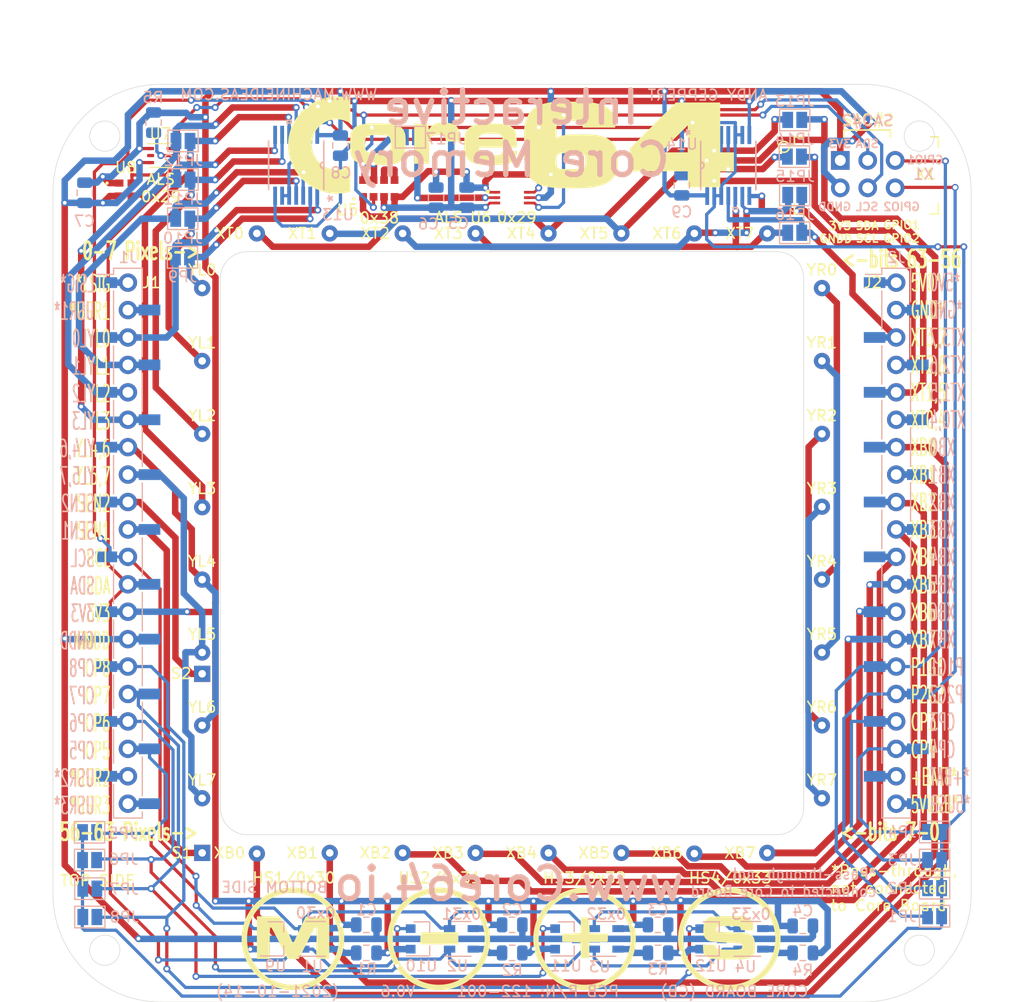
<source format=kicad_pcb>
(kicad_pcb (version 20171130) (host pcbnew "(5.1.2-1)-1")
  (title_block (title "Core 64 (Cores)") (date 2020-03-16) (rev 0.3) (company "Andy Geppert"))
  (layers (0 F.Cu signal) (31 B.Cu signal) (34 B.Paste user hide) (35 F.Paste user hide) (36 B.SilkS user) (37 F.SilkS user) (38 B.Mask user hide) (39 F.Mask user hide) (44 Edge.Cuts user))
  (net 0 "")
  (net 1 XB7)
  (net 2 XB4)
  (net 3 XB6)
  (net 4 XB5)
  (net 5 XB0)
  (net 6 XB1)
  (net 7 XB2)
  (net 8 XB3)
  (net 9 XT3-7)
  (net 10 XT2-6)
  (net 11 XT1-5)
  (net 12 XT0-4)
  (net 13 YL5)
  (net 14 YL4)
  (net 15 YL3)
  (net 16 YL2)
  (net 17 YL1)
  (net 18 YL0)
  (net 19 SENSE1)
  (net 20 SENSE2)
  (net 21 GNDD)
  (net 22 "Net-(CM1-Pad10)")
  (net 23 "Net-(CM1-Pad13)")
  (net 24 "Net-(CM1-Pad12)")
  (net 25 "Net-(CM1-Pad11)")
  (net 26 3V3_800mA)
  (net 27 I2C_DATA)
  (net 28 I2C_CLOCK)
  (net 29 H_YL3)
  (net 30 H_YL0)
  (net 31 H_YL1)
  (net 32 H_YL2)
  (net 33 H_XT2-6)
  (net 34 H_XT0-4)
  (net 35 H_XT3-7)
  (net 36 H_XT1-5)
  (net 37 ENABLE)
  (net 38 PLANE_6)
  (net 39 PLANE_8)
  (net 40 PLANE_5)
  (net 41 PLANE_7)
  (net 42 PLANE_2)
  (net 43 PLANE_4)
  (net 44 PLANE_1)
  (net 45 PLANE_3)
  (net 46 "Net-(R1-Pad2)")
  (net 47 "Net-(R2-Pad2)")
  (net 48 "Net-(R3-Pad2)")
  (net 49 "Net-(R4-Pad2)")
  (net 50 "Net-(J1-Pad1)")
  (net 51 "Net-(J1-Pad2)")
  (net 52 "Net-(J2-Pad1)")
  (net 53 "Net-(J2-Pad2)")
  (net 54 "Net-(J1-Pad19)")
  (net 55 "Net-(J1-Pad20)")
  (net 56 "Net-(J2-Pad19)")
  (net 57 "Net-(J2-Pad20)")
  (net 58 "Net-(U7-Pad2)")
  (net 59 ALS_INT)
  (net 60 "Net-(R5-Pad2)")
  (net 61 "Net-(JP17-Pad2)")
  (net 62 "Net-(U5-Pad5)")
  (module ALS_BH1730:REG_BD00IC0WHFV-GTR (layer F.Cu) (at 0 -32)
    (fp_text reference U6 (at -2.885 1.85) (layer F.SilkS))
    (fp_text value BH1730FVC)
    (pad 6 smd rect (at 1.375 -0.5) (size 0.55 0.25) (layers F.Cu F.Paste F.Mask) (net 27 I2C_DATA))
    (pad 5 smd rect (at 1.375 0) (size 0.55 0.25) (layers F.Cu F.Paste F.Mask) (net 26 3V3_800mA))
    (pad 4 smd rect (at 1.375 0.5) (size 0.55 0.25) (layers F.Cu F.Paste F.Mask) (net 28 I2C_CLOCK))
    (pad 3 smd rect (at -1.375 0.5) (size 0.55 0.25) (layers F.Cu F.Paste F.Mask) (net 21 GNDD))
    (pad 2 smd rect (at -1.375 0) (size 0.55 0.25) (layers F.Cu F.Paste F.Mask) (net 61 "Net-(JP17-Pad2)"))
    (pad 1 smd rect (at -1.375 -0.5) (size 0.55 0.25) (layers F.Cu F.Paste F.Mask) (net 26 3V3_800mA))
  )
  (module badgelife_sao_v169bis:Badgelife-SAOv169-BADGE-2x3 (layer F.Cu) (at 32.865 -34.2)
    (fp_text reference X1 (at 5.45 0) (layer F.SilkS))
    (fp_text value SFH11-NBPC-D03-ST-BK)
    (fp_text user SAO#2 (at 0.1 -5) (layer F.SilkS))
    (fp_text user 3V3 (at -2.5 4.8) (layer F.SilkS) (effects (font (size 0.75 0.75))))
    (fp_text user GNDD (at -2.9 6) (layer F.SilkS) (effects (font (size 0.75 0.75))))
    (fp_text user SDA (at 0 4.8) (layer F.SilkS) (effects (font (size 0.75 0.75))))
    (fp_text user SCL (at 0 5.973) (layer F.SilkS) (effects (font (size 0.75 0.75))))
    (fp_text user GPIO2 (at 3.187 5.973) (layer F.SilkS) (effects (font (size 0.75 0.75))))
    (fp_text user GPIO1 (at 3.187 4.731) (layer F.SilkS) (effects (font (size 0.75 0.75))))
    (fp_text user GPIO1 (at 5.375 -1.3) (layer B.SilkS) (effects (font (size 0.75 0.75)) (justify mirror)))
    (fp_text user GPIO2 (at 3.2 3.048) (layer B.SilkS) (effects (font (size 0.75 0.75)) (justify mirror)))
    (fp_text user SCL (at 0 3.048) (layer B.SilkS) (effects (font (size 0.75 0.75)) (justify mirror)))
    (fp_text user SDA (at 0 -2.794) (layer B.SilkS) (effects (font (size 0.75 0.75)) (justify mirror)))
    (fp_text user GNDD (at -3 3.048) (layer B.SilkS) (effects (font (size 0.75 0.75)) (justify mirror)))
    (fp_text user 3V3 (at -2.54 -2.794) (layer B.SilkS) (effects (font (size 0.75 0.75)) (justify mirror)))
    (pad 2 thru_hole circle (at -2.48 1.29 270) (size 1.7272 1.7272) (drill 1.016) (layers *.Cu *.Mask) (net 21 GNDD))
    (pad 1 thru_hole rect (at -2.48 -1.25 270) (size 1.7272 1.7272) (drill 1.016) (layers *.Cu *.Mask) (net 26 3V3_800mA))
    (pad 4 thru_hole oval (at 0.06 1.29 270) (size 1.7272 1.7272) (drill 1.016) (layers *.Cu *.Mask) (net 28 I2C_CLOCK))
    (pad 3 thru_hole oval (at 0.06 -1.25 270) (size 1.7272 1.7272) (drill 1.016) (layers *.Cu *.Mask) (net 27 I2C_DATA))
    (pad 6 thru_hole circle (at 2.6 1.29 270) (size 1.7272 1.7272) (drill 1.016) (layers *.Cu *.Mask) (net 42 PLANE_2))
    (pad 5 thru_hole circle (at 2.6 -1.25 270) (size 1.7272 1.7272) (drill 1.016) (layers *.Cu *.Mask) (net 44 PLANE_1))
  )
  (module Capacitor_SMD:C_0805_2012Metric (layer B.Cu) (at -4.185 -32 270)
    (fp_text reference C5 (at 2.375 0.775 180) (layer B.SilkS) (effects (justify mirror)))
    (fp_text value 0.1uF)
    (pad 2 smd roundrect (at 0.9375 0 270) (size 0.975 1.4) (layers B.Cu B.Paste B.Mask) (net 21 GNDD))
    (pad 1 smd roundrect (at -0.9375 0 270) (size 0.975 1.4) (layers B.Cu B.Paste B.Mask) (net 26 3V3_800mA))
  )
  (module Core_Memory_8x8_Array:core_64_6.75mm_square_v0.5_front_facing (layer F.Cu) (at 0 0)
    (fp_text reference CM1)
    (fp_text value Core_Memory_8x8_Array_Front_Facing)
    (fp_text user YL7 (at -28.6875 21.9375) (layer F.SilkS))
    (fp_text user YL6 (at -28.6875 15.1875) (layer F.SilkS))
    (fp_text user YL0 (at -28.6875 -25.3125) (layer F.SilkS))
    (fp_text user YL4 (at -28.6875 1.6875) (layer F.SilkS))
    (fp_text user YL2 (at -28.6875 -11.8125) (layer F.SilkS))
    (fp_text user YL1 (at -28.6875 -18.5625) (layer F.SilkS))
    (fp_text user YL3 (at -28.6875 -5.0625) (layer F.SilkS))
    (fp_text user YL5 (at -28.6875 8.4375) (layer F.SilkS))
    (fp_text user XB0 (at -26.15625 28.6875) (layer F.SilkS))
    (fp_text user XB6 (at 14.34375 28.6875) (layer F.SilkS))
    (fp_text user XB5 (at 7.59375 28.6875) (layer F.SilkS))
    (fp_text user XB7 (at 21.09375 28.6875) (layer F.SilkS))
    (fp_text user XB3 (at -5.90625 28.6875) (layer F.SilkS))
    (fp_text user XB4 (at 0.84375 28.6875) (layer F.SilkS))
    (fp_text user XB1 (at -19.40625 28.6875) (layer F.SilkS))
    (fp_text user XB2 (at -12.65625 28.6875) (layer F.SilkS))
    (fp_text user XT0 (at -26.15625 -28.6875) (layer F.SilkS))
    (fp_text user XT1 (at -19.40625 -28.6875) (layer F.SilkS))
    (fp_text user XT2 (at -12.65625 -28.6875) (layer F.SilkS))
    (fp_text user XT3 (at -5.90625 -28.6875) (layer F.SilkS))
    (fp_text user XT4 (at 0.84375 -28.6875) (layer F.SilkS))
    (fp_text user XT5 (at 7.59375 -28.6875) (layer F.SilkS))
    (fp_text user XT6 (at 14.34375 -28.6875) (layer F.SilkS))
    (fp_text user XT7 (at 21.09375 -28.6875) (layer F.SilkS))
    (fp_text user YR0 (at 28.6875 -25.3125) (layer F.SilkS))
    (fp_text user YR1 (at 28.6875 -18.5625) (layer F.SilkS))
    (fp_text user YR2 (at 28.6875 -11.8125) (layer F.SilkS))
    (fp_text user YR3 (at 28.6875 -5.0625) (layer F.SilkS))
    (fp_text user YR4 (at 28.6875 1.6875) (layer F.SilkS))
    (fp_text user YR5 (at 28.6875 8.4375) (layer F.SilkS))
    (fp_text user S2 (at -30.635 12.075) (layer F.SilkS))
    (fp_text user S1 (at -30.585 28.675) (layer F.SilkS))
    (fp_text user YR6 (at 28.6875 15.1875) (layer F.SilkS))
    (fp_text user YR7 (at 28.6875 21.9375) (layer F.SilkS))
    (pad 34 thru_hole rect (at -28.6875 28.6875) (size 1.5 1.5) (drill 0.7) (layers *.Cu *.Mask) (net 19 SENSE1))
    (pad 33 thru_hole rect (at -28.6875 12.1) (size 1.5 1.5) (drill 0.7) (layers *.Cu *.Mask) (net 20 SENSE2))
    (pad 10 thru_hole circle (at 28.6875 -16.875 180) (size 1.5 1.5) (drill 0.7) (layers *.Cu *.Mask) (net 22 "Net-(CM1-Pad10)"))
    (pad 11 thru_hole circle (at 28.6875 -10.125 180) (size 1.5 1.5) (drill 0.7) (layers *.Cu *.Mask) (net 25 "Net-(CM1-Pad11)"))
    (pad 12 thru_hole circle (at 28.6875 -3.375 180) (size 1.5 1.5) (drill 0.7) (layers *.Cu *.Mask) (net 24 "Net-(CM1-Pad12)"))
    (pad 13 thru_hole circle (at 28.6875 3.375 180) (size 1.5 1.5) (drill 0.7) (layers *.Cu *.Mask) (net 23 "Net-(CM1-Pad13)"))
    (pad 14 thru_hole circle (at 28.6875 10.125 180) (size 1.5 1.5) (drill 0.7) (layers *.Cu *.Mask) (net 22 "Net-(CM1-Pad10)"))
    (pad 15 thru_hole circle (at 28.6875 16.875 180) (size 1.5 1.5) (drill 0.7) (layers *.Cu *.Mask) (net 25 "Net-(CM1-Pad11)"))
    (pad 16 thru_hole circle (at 28.6875 23.625 180) (size 1.5 1.5) (drill 0.7) (layers *.Cu *.Mask) (net 24 "Net-(CM1-Pad12)"))
    (pad 17 thru_hole circle (at 23.625 28.6875 180) (size 1.5 1.5) (drill 0.7) (layers *.Cu *.Mask) (net 1 XB7))
    (pad 18 thru_hole circle (at 16.875 28.75 180) (size 1.5 1.5) (drill 0.7) (layers *.Cu *.Mask) (net 3 XB6))
    (pad 19 thru_hole circle (at 10.125 28.6875 180) (size 1.5 1.5) (drill 0.7) (layers *.Cu *.Mask) (net 4 XB5))
    (pad 20 thru_hole circle (at 3.375 28.6875 180) (size 1.5 1.5) (drill 0.7) (layers *.Cu *.Mask) (net 2 XB4))
    (pad 21 thru_hole circle (at -3.375 28.6875 180) (size 1.5 1.5) (drill 0.7) (layers *.Cu *.Mask) (net 8 XB3))
    (pad 22 thru_hole circle (at -10.125 28.6875 180) (size 1.5 1.5) (drill 0.7) (layers *.Cu *.Mask) (net 7 XB2))
    (pad 23 thru_hole circle (at -16.875 28.6875 180) (size 1.5 1.5) (drill 0.7) (layers *.Cu *.Mask) (net 6 XB1))
    (pad 24 thru_hole circle (at -23.625 28.75 180) (size 1.5 1.5) (drill 0.7) (layers *.Cu *.Mask) (net 5 XB0))
    (pad 25 thru_hole circle (at -28.6875 23.625 180) (size 1.5 1.5) (drill 0.7) (layers *.Cu *.Mask) (net 13 YL5))
    (pad 26 thru_hole circle (at -28.6875 16.875 180) (size 1.5 1.5) (drill 0.7) (layers *.Cu *.Mask) (net 14 YL4))
    (pad 9 thru_hole circle (at 28.6875 -23.625 180) (size 1.5 1.5) (drill 0.7) (layers *.Cu *.Mask) (net 23 "Net-(CM1-Pad13)"))
    (pad 8 thru_hole circle (at 23.625 -28.6875 180) (size 1.5 1.5) (drill 0.7) (layers *.Cu *.Mask) (net 9 XT3-7))
    (pad 7 thru_hole circle (at 16.875 -28.6875 180) (size 1.5 1.5) (drill 0.7) (layers *.Cu *.Mask) (net 10 XT2-6))
    (pad 6 thru_hole circle (at 10.125 -28.6875 180) (size 1.5 1.5) (drill 0.7) (layers *.Cu *.Mask) (net 11 XT1-5))
    (pad 5 thru_hole circle (at 3.375 -28.6875 180) (size 1.5 1.5) (drill 0.7) (layers *.Cu *.Mask) (net 12 XT0-4))
    (pad 4 thru_hole circle (at -3.375 -28.6875 180) (size 1.5 1.5) (drill 0.7) (layers *.Cu *.Mask) (net 9 XT3-7))
    (pad 3 thru_hole circle (at -10.125 -28.6875 180) (size 1.5 1.5) (drill 0.7) (layers *.Cu *.Mask) (net 10 XT2-6))
    (pad 2 thru_hole circle (at -16.875 -28.6875 180) (size 1.5 1.5) (drill 0.7) (layers *.Cu *.Mask) (net 11 XT1-5))
    (pad 1 thru_hole circle (at -23.625 -28.6875 180) (size 1.5 1.5) (drill 0.7) (layers *.Cu *.Mask) (net 12 XT0-4))
    (pad 32 thru_hole circle (at -28.6875 -23.625 180) (size 1.5 1.5) (drill 0.7) (layers *.Cu *.Mask) (net 18 YL0))
    (pad 31 thru_hole circle (at -28.6875 -16.875 180) (size 1.5 1.5) (drill 0.7) (layers *.Cu *.Mask) (net 17 YL1))
    (pad 30 thru_hole circle (at -28.6875 -10.125 180) (size 1.5 1.5) (drill 0.7) (layers *.Cu *.Mask) (net 16 YL2))
    (pad 29 thru_hole circle (at -28.6875 -3.325 180) (size 1.5 1.5) (drill 0.7) (layers *.Cu *.Mask) (net 15 YL3))
    (pad 28 thru_hole circle (at -28.6875 3.375 180) (size 1.5 1.5) (drill 0.7) (layers *.Cu *.Mask) (net 14 YL4))
    (pad 27 thru_hole circle (at -28.6875 10.125 180) (size 1.5 1.5) (drill 0.7) (layers *.Cu *.Mask) (net 13 YL5))
  )
  (module Resistor_SMD:R_0805_2012Metric (layer B.Cu) (at 26.915 37.95 180)
    (fp_text reference R4 (at 0 -1.6) (layer B.SilkS) (effects (justify mirror)))
    (fp_text value 10K)
    (pad 2 smd roundrect (at 0.9375 0 180) (size 0.975 1.4) (layers B.Cu B.Paste B.Mask) (net 49 "Net-(R4-Pad2)"))
    (pad 1 smd roundrect (at -0.9375 0 180) (size 0.975 1.4) (layers B.Cu B.Paste B.Mask) (net 26 3V3_800mA))
  )
  (module Resistor_SMD:R_0805_2012Metric (layer B.Cu) (at 13.515 37.95 180)
    (fp_text reference R3 (at 0 -1.5) (layer B.SilkS) (effects (justify mirror)))
    (fp_text value 10K)
    (pad 2 smd roundrect (at 0.9375 0 180) (size 0.975 1.4) (layers B.Cu B.Paste B.Mask) (net 48 "Net-(R3-Pad2)"))
    (pad 1 smd roundrect (at -0.9375 0 180) (size 0.975 1.4) (layers B.Cu B.Paste B.Mask) (net 26 3V3_800mA))
  )
  (module Resistor_SMD:R_0805_2012Metric (layer B.Cu) (at 0.015 37.95 180)
    (fp_text reference R2 (at 0 -1.6) (layer B.SilkS) (effects (justify mirror)))
    (fp_text value 10K)
    (pad 2 smd roundrect (at 0.9375 0 180) (size 0.975 1.4) (layers B.Cu B.Paste B.Mask) (net 47 "Net-(R2-Pad2)"))
    (pad 1 smd roundrect (at -0.9375 0 180) (size 0.975 1.4) (layers B.Cu B.Paste B.Mask) (net 26 3V3_800mA))
  )
  (module Resistor_SMD:R_0805_2012Metric (layer B.Cu) (at -13.485 37.95 180)
    (fp_text reference R1 (at 0 -1.5) (layer B.SilkS) (effects (justify mirror)))
    (fp_text value 10K)
    (pad 2 smd roundrect (at 0.9375 0 180) (size 0.975 1.4) (layers B.Cu B.Paste B.Mask) (net 46 "Net-(R1-Pad2)"))
    (pad 1 smd roundrect (at -0.9375 0 180) (size 0.975 1.4) (layers B.Cu B.Paste B.Mask) (net 26 3V3_800mA))
  )
  (module Capacitor_SMD:C_0805_2012Metric (layer B.Cu) (at 26.915 35.45)
    (fp_text reference C4 (at 0 -1.4) (layer B.SilkS) (effects (justify mirror)))
    (fp_text value 0.1uF)
    (pad 2 smd roundrect (at 0.9375 0) (size 0.975 1.4) (layers B.Cu B.Paste B.Mask) (net 21 GNDD))
    (pad 1 smd roundrect (at -0.9375 0) (size 0.975 1.4) (layers B.Cu B.Paste B.Mask) (net 26 3V3_800mA))
  )
  (module Capacitor_SMD:C_0805_2012Metric (layer B.Cu) (at 13.515 35.35)
    (fp_text reference C3 (at 0 -1.4) (layer B.SilkS) (effects (justify mirror)))
    (fp_text value 0.1uF)
    (pad 2 smd roundrect (at 0.9375 0) (size 0.975 1.4) (layers B.Cu B.Paste B.Mask) (net 21 GNDD))
    (pad 1 smd roundrect (at -0.9375 0) (size 0.975 1.4) (layers B.Cu B.Paste B.Mask) (net 26 3V3_800mA))
  )
  (module Capacitor_SMD:C_0805_2012Metric (layer B.Cu) (at 0.015 35.35)
    (fp_text reference C2 (at 0 -1.4) (layer B.SilkS) (effects (justify mirror)))
    (fp_text value 0.1uF)
    (pad 2 smd roundrect (at 0.9375 0) (size 0.975 1.4) (layers B.Cu B.Paste B.Mask) (net 21 GNDD))
    (pad 1 smd roundrect (at -0.9375 0) (size 0.975 1.4) (layers B.Cu B.Paste B.Mask) (net 26 3V3_800mA))
  )
  (module Core_Memory_8x8_Array:Core64-M_-_+_S_Buttons (layer F.Cu) (at -0.985 36.65)
    (fp_text reference L2 hide)
    (fp_text value Core_64_M-+S_Buttons_4mm hide)
  )
  (module Core_Memory_8x8_Array:Core64_Logo_9mm_tall (layer F.Cu) (at 1.79 -36.9)
    (fp_text reference L1 hide)
    (fp_text value Core_64_Logo_9mm_tall hide)
  )
  (module Package_TO_SOT_SMD:SOT-23-5 (layer B.Cu) (at -18.185 36.65)
    (fp_text reference U1 (at -0.3 2.55) (layer B.SilkS) (effects (justify mirror)))
    (fp_text value SI7210-B-00-IV)
    (pad 5 smd rect (at 1.1 0.95) (size 1.06 0.65) (layers B.Cu B.Paste B.Mask) (net 46 "Net-(R1-Pad2)"))
    (pad 4 smd rect (at 1.1 -0.95) (size 1.06 0.65) (layers B.Cu B.Paste B.Mask) (net 26 3V3_800mA))
    (pad 3 smd rect (at -1.1 -0.95) (size 1.06 0.65) (layers B.Cu B.Paste B.Mask) (net 28 I2C_CLOCK))
    (pad 2 smd rect (at -1.1 0) (size 1.06 0.65) (layers B.Cu B.Paste B.Mask) (net 21 GNDD))
    (pad 1 smd rect (at -1.1 0.95) (size 1.06 0.65) (layers B.Cu B.Paste B.Mask) (net 27 I2C_DATA))
  )
  (module Package_TO_SOT_SMD:SOT-23-5 (layer B.Cu) (at -4.685 36.65)
    (fp_text reference U2 (at -0.375 2.5) (layer B.SilkS) (effects (justify mirror)))
    (fp_text value SI7210-B-02-IV)
    (pad 5 smd rect (at 1.1 0.95) (size 1.06 0.65) (layers B.Cu B.Paste B.Mask) (net 47 "Net-(R2-Pad2)"))
    (pad 4 smd rect (at 1.1 -0.95) (size 1.06 0.65) (layers B.Cu B.Paste B.Mask) (net 26 3V3_800mA))
    (pad 3 smd rect (at -1.1 -0.95) (size 1.06 0.65) (layers B.Cu B.Paste B.Mask) (net 28 I2C_CLOCK))
    (pad 2 smd rect (at -1.1 0) (size 1.06 0.65) (layers B.Cu B.Paste B.Mask) (net 21 GNDD))
    (pad 1 smd rect (at -1.1 0.95) (size 1.06 0.65) (layers B.Cu B.Paste B.Mask) (net 27 I2C_DATA))
  )
  (module Package_TO_SOT_SMD:SOT-23-5 (layer B.Cu) (at 8.715 36.65)
    (fp_text reference U3 (at -0.6 2.575) (layer B.SilkS) (effects (justify mirror)))
    (fp_text value SI7210-B-03-IV)
    (pad 5 smd rect (at 1.1 0.95) (size 1.06 0.65) (layers B.Cu B.Paste B.Mask) (net 48 "Net-(R3-Pad2)"))
    (pad 4 smd rect (at 1.1 -0.95) (size 1.06 0.65) (layers B.Cu B.Paste B.Mask) (net 26 3V3_800mA))
    (pad 3 smd rect (at -1.1 -0.95) (size 1.06 0.65) (layers B.Cu B.Paste B.Mask) (net 28 I2C_CLOCK))
    (pad 2 smd rect (at -1.1 0) (size 1.06 0.65) (layers B.Cu B.Paste B.Mask) (net 21 GNDD))
    (pad 1 smd rect (at -1.1 0.95) (size 1.06 0.65) (layers B.Cu B.Paste B.Mask) (net 27 I2C_DATA))
  )
  (module Package_TO_SOT_SMD:SOT-23-5 (layer B.Cu) (at 22.115 36.65)
    (fp_text reference U4 (at -0.5 2.575) (layer B.SilkS) (effects (justify mirror)))
    (fp_text value SI7210-B-04-IV)
    (pad 5 smd rect (at 1.1 0.95) (size 1.06 0.65) (layers B.Cu B.Paste B.Mask) (net 49 "Net-(R4-Pad2)"))
    (pad 4 smd rect (at 1.1 -0.95) (size 1.06 0.65) (layers B.Cu B.Paste B.Mask) (net 26 3V3_800mA))
    (pad 3 smd rect (at -1.1 -0.95) (size 1.06 0.65) (layers B.Cu B.Paste B.Mask) (net 28 I2C_CLOCK))
    (pad 2 smd rect (at -1.1 0) (size 1.06 0.65) (layers B.Cu B.Paste B.Mask) (net 21 GNDD))
    (pad 1 smd rect (at -1.1 0.95) (size 1.06 0.65) (layers B.Cu B.Paste B.Mask) (net 27 I2C_DATA))
  )
  (module Capacitor_SMD:C_0805_2012Metric (layer B.Cu) (at -13.485 35.35)
    (fp_text reference C1 (at 0 -1.4) (layer B.SilkS) (effects (justify mirror)))
    (fp_text value 0.1uF)
    (pad 2 smd roundrect (at 0.9375 0) (size 0.975 1.4) (layers B.Cu B.Paste B.Mask) (net 21 GNDD))
    (pad 1 smd roundrect (at -0.9375 0) (size 0.975 1.4) (layers B.Cu B.Paste B.Mask) (net 26 3V3_800mA))
  )
  (module Connector_PinHeader_2.54mm:PinHeader_1x20_P2.54mm_Vertical_SMD_and_TH_Pin1Right (layer B.Cu) (at -35.56 -5.08 180)
    (fp_text reference J1 (at 0 21.38) (layer B.SilkS) (effects (justify mirror)))
    (fp_text value 929834-04-36-RK)
    (pad 19 thru_hole circle (at 0 -26.67 180) (size 1.7 1.7) (drill 1) (layers *.Cu *.Mask) (net 54 "Net-(J1-Pad19)"))
    (pad 20 smd rect (at -2 -29.21 180) (size 2 1) (layers B.Cu B.Paste B.Mask) (net 55 "Net-(J1-Pad20)"))
    (pad 20 thru_hole circle (at 0 -29.21 180) (size 1.7 1.7) (drill 1) (layers *.Cu *.Mask) (net 55 "Net-(J1-Pad20)"))
    (pad 19 smd rect (at 2 -26.67 180) (size 2 1) (layers B.Cu B.Paste B.Mask) (net 54 "Net-(J1-Pad19)"))
    (pad 18 smd rect (at -2 -24.13 180) (size 2 1) (layers B.Cu B.Paste B.Mask) (net 40 PLANE_5))
    (pad 17 smd rect (at 2 -21.59 180) (size 2 1) (layers B.Cu B.Paste B.Mask) (net 38 PLANE_6))
    (pad 18 thru_hole circle (at 0 -24.13 180) (size 1.7 1.7) (drill 1) (layers *.Cu *.Mask) (net 40 PLANE_5))
    (pad 17 thru_hole circle (at 0 -21.59 180) (size 1.7 1.7) (drill 1) (layers *.Cu *.Mask) (net 38 PLANE_6))
    (pad 15 thru_hole circle (at 0 -16.51 180) (size 1.7 1.7) (drill 1) (layers *.Cu *.Mask) (net 39 PLANE_8))
    (pad 9 thru_hole circle (at 0 -1.27) (size 1.7 1.7) (drill 1) (layers *.Cu *.Mask) (net 20 SENSE2))
    (pad 4 thru_hole circle (at 0 11.43 180) (size 1.7 1.7) (drill 1) (layers *.Cu *.Mask) (net 31 H_YL1))
    (pad 1 thru_hole circle (at 0 19.05 180) (size 1.7 1.7) (drill 1) (layers *.Cu *.Mask) (net 50 "Net-(J1-Pad1)"))
    (pad 2 thru_hole circle (at 0 16.51 180) (size 1.7 1.7) (drill 1) (layers *.Cu *.Mask) (net 51 "Net-(J1-Pad2)"))
    (pad 5 thru_hole circle (at 0 8.89 180) (size 1.7 1.7) (drill 1) (layers *.Cu *.Mask) (net 32 H_YL2))
    (pad 6 thru_hole circle (at 0 6.35 180) (size 1.7 1.7) (drill 1) (layers *.Cu *.Mask) (net 29 H_YL3))
    (pad 8 thru_hole circle (at 0 1.27 180) (size 1.7 1.7) (drill 1) (layers *.Cu *.Mask) (net 13 YL5))
    (pad 7 thru_hole circle (at 0 3.81 180) (size 1.7 1.7) (drill 1) (layers *.Cu *.Mask) (net 14 YL4))
    (pad 3 thru_hole circle (at 0 13.97 180) (size 1.7 1.7) (drill 1) (layers *.Cu *.Mask) (net 30 H_YL0))
    (pad 11 thru_hole circle (at 0 -6.35 180) (size 1.7 1.7) (drill 1) (layers *.Cu *.Mask) (net 28 I2C_CLOCK))
    (pad 13 thru_hole circle (at 0 -11.43 180) (size 1.7 1.7) (drill 1) (layers *.Cu *.Mask) (net 26 3V3_800mA))
    (pad 12 thru_hole circle (at 0 -8.89 180) (size 1.7 1.7) (drill 1) (layers *.Cu *.Mask) (net 27 I2C_DATA))
    (pad 16 thru_hole circle (at 0 -19.05 180) (size 1.7 1.7) (drill 1) (layers *.Cu *.Mask) (net 41 PLANE_7))
    (pad 14 thru_hole circle (at 0 -13.97 180) (size 1.7 1.7) (drill 1) (layers *.Cu *.Mask) (net 21 GNDD))
    (pad 10 thru_hole circle (at 0 -3.81 180) (size 1.7 1.7) (drill 1) (layers *.Cu *.Mask) (net 19 SENSE1))
    (pad 15 smd rect (at 2 -16.51 180) (size 2 1) (layers B.Cu B.Paste B.Mask) (net 39 PLANE_8))
    (pad 13 smd rect (at 2 -11.43 180) (size 2 1) (layers B.Cu B.Paste B.Mask) (net 26 3V3_800mA))
    (pad 11 smd rect (at 2 -6.35 180) (size 2 1) (layers B.Cu B.Paste B.Mask) (net 28 I2C_CLOCK))
    (pad 9 smd rect (at 2 -1.27 180) (size 2 1) (layers B.Cu B.Paste B.Mask) (net 20 SENSE2))
    (pad 7 smd rect (at 2 3.81 180) (size 2 1) (layers B.Cu B.Paste B.Mask) (net 14 YL4))
    (pad 5 smd rect (at 2 8.89 180) (size 2 1) (layers B.Cu B.Paste B.Mask) (net 32 H_YL2))
    (pad 3 smd rect (at 2 13.97 180) (size 2 1) (layers B.Cu B.Paste B.Mask) (net 30 H_YL0))
    (pad 1 smd rect (at 2 19.05 180) (size 2 1) (layers B.Cu B.Paste B.Mask) (net 50 "Net-(J1-Pad1)"))
    (pad 16 smd rect (at -2 -19.05 180) (size 2 1) (layers B.Cu B.Paste B.Mask) (net 41 PLANE_7))
    (pad 14 smd rect (at -2 -13.97 180) (size 2 1) (layers B.Cu B.Paste B.Mask) (net 21 GNDD))
    (pad 12 smd rect (at -2 -8.89 180) (size 2 1) (layers B.Cu B.Paste B.Mask) (net 27 I2C_DATA))
    (pad 10 smd rect (at -2 -3.81 180) (size 2 1) (layers B.Cu B.Paste B.Mask) (net 19 SENSE1))
    (pad 8 smd rect (at -2 1.27 180) (size 2 1) (layers B.Cu B.Paste B.Mask) (net 13 YL5))
    (pad 6 smd rect (at -2 6.35 180) (size 2 1) (layers B.Cu B.Paste B.Mask) (net 29 H_YL3))
    (pad 4 smd rect (at -2 11.43 180) (size 2 1) (layers B.Cu B.Paste B.Mask) (net 31 H_YL1))
    (pad 2 smd rect (at -2 16.51 180) (size 2 1) (layers B.Cu B.Paste B.Mask) (net 51 "Net-(J1-Pad2)"))
  )
  (module Connector_PinHeader_2.54mm:PinHeader_1x20_P2.54mm_Vertical_SMD_and_TH_Pin1Right (layer B.Cu) (at 35.56 -5.08 180)
    (fp_text reference J2 (at 0 21.38) (layer B.SilkS) (effects (justify mirror)))
    (fp_text value 929834-04-36-RK)
    (pad 2 smd rect (at -2 16.51 180) (size 2 1) (layers B.Cu B.Paste B.Mask) (net 53 "Net-(J2-Pad2)"))
    (pad 4 smd rect (at -2 11.43 180) (size 2 1) (layers B.Cu B.Paste B.Mask) (net 33 H_XT2-6))
    (pad 6 smd rect (at -2 6.35 180) (size 2 1) (layers B.Cu B.Paste B.Mask) (net 34 H_XT0-4))
    (pad 8 smd rect (at -2 1.27 180) (size 2 1) (layers B.Cu B.Paste B.Mask) (net 6 XB1))
    (pad 10 smd rect (at -2 -3.81 180) (size 2 1) (layers B.Cu B.Paste B.Mask) (net 8 XB3))
    (pad 12 smd rect (at -2 -8.89 180) (size 2 1) (layers B.Cu B.Paste B.Mask) (net 4 XB5))
    (pad 14 smd rect (at -2 -13.97 180) (size 2 1) (layers B.Cu B.Paste B.Mask) (net 1 XB7))
    (pad 16 smd rect (at -2 -19.05 180) (size 2 1) (layers B.Cu B.Paste B.Mask) (net 42 PLANE_2))
    (pad 1 smd rect (at 2 19.05 180) (size 2 1) (layers B.Cu B.Paste B.Mask) (net 52 "Net-(J2-Pad1)"))
    (pad 3 smd rect (at 2 13.97 180) (size 2 1) (layers B.Cu B.Paste B.Mask) (net 35 H_XT3-7))
    (pad 5 smd rect (at 2 8.89 180) (size 2 1) (layers B.Cu B.Paste B.Mask) (net 36 H_XT1-5))
    (pad 7 smd rect (at 2 3.81 180) (size 2 1) (layers B.Cu B.Paste B.Mask) (net 5 XB0))
    (pad 9 smd rect (at 2 -1.27 180) (size 2 1) (layers B.Cu B.Paste B.Mask) (net 7 XB2))
    (pad 11 smd rect (at 2 -6.35 180) (size 2 1) (layers B.Cu B.Paste B.Mask) (net 2 XB4))
    (pad 13 smd rect (at 2 -11.43 180) (size 2 1) (layers B.Cu B.Paste B.Mask) (net 3 XB6))
    (pad 15 smd rect (at 2 -16.51 180) (size 2 1) (layers B.Cu B.Paste B.Mask) (net 44 PLANE_1))
    (pad 10 thru_hole circle (at 0 -3.81 180) (size 1.7 1.7) (drill 1) (layers *.Cu *.Mask) (net 8 XB3))
    (pad 14 thru_hole circle (at 0 -13.97 180) (size 1.7 1.7) (drill 1) (layers *.Cu *.Mask) (net 1 XB7))
    (pad 16 thru_hole circle (at 0 -19.05 180) (size 1.7 1.7) (drill 1) (layers *.Cu *.Mask) (net 42 PLANE_2))
    (pad 12 thru_hole circle (at 0 -8.89 180) (size 1.7 1.7) (drill 1) (layers *.Cu *.Mask) (net 4 XB5))
    (pad 13 thru_hole circle (at 0 -11.43 180) (size 1.7 1.7) (drill 1) (layers *.Cu *.Mask) (net 3 XB6))
    (pad 11 thru_hole circle (at 0 -6.35 180) (size 1.7 1.7) (drill 1) (layers *.Cu *.Mask) (net 2 XB4))
    (pad 3 thru_hole circle (at 0 13.97 180) (size 1.7 1.7) (drill 1) (layers *.Cu *.Mask) (net 35 H_XT3-7))
    (pad 7 thru_hole circle (at 0 3.81 180) (size 1.7 1.7) (drill 1) (layers *.Cu *.Mask) (net 5 XB0))
    (pad 8 thru_hole circle (at 0 1.27 180) (size 1.7 1.7) (drill 1) (layers *.Cu *.Mask) (net 6 XB1))
    (pad 6 thru_hole circle (at 0 6.35 180) (size 1.7 1.7) (drill 1) (layers *.Cu *.Mask) (net 34 H_XT0-4))
    (pad 5 thru_hole circle (at 0 8.89 180) (size 1.7 1.7) (drill 1) (layers *.Cu *.Mask) (net 36 H_XT1-5))
    (pad 2 thru_hole circle (at 0 16.51 180) (size 1.7 1.7) (drill 1) (layers *.Cu *.Mask) (net 53 "Net-(J2-Pad2)"))
    (pad 1 thru_hole circle (at 0 19.05 180) (size 1.7 1.7) (drill 1) (layers *.Cu *.Mask) (net 52 "Net-(J2-Pad1)"))
    (pad 4 thru_hole circle (at 0 11.43 180) (size 1.7 1.7) (drill 1) (layers *.Cu *.Mask) (net 33 H_XT2-6))
    (pad 9 thru_hole circle (at 0 -1.27) (size 1.7 1.7) (drill 1) (layers *.Cu *.Mask) (net 7 XB2))
    (pad 15 thru_hole circle (at 0 -16.51 180) (size 1.7 1.7) (drill 1) (layers *.Cu *.Mask) (net 44 PLANE_1))
    (pad 17 thru_hole circle (at 0 -21.59 180) (size 1.7 1.7) (drill 1) (layers *.Cu *.Mask) (net 45 PLANE_3))
    (pad 18 thru_hole circle (at 0 -24.13 180) (size 1.7 1.7) (drill 1) (layers *.Cu *.Mask) (net 43 PLANE_4))
    (pad 17 smd rect (at 2 -21.59 180) (size 2 1) (layers B.Cu B.Paste B.Mask) (net 45 PLANE_3))
    (pad 18 smd rect (at -2 -24.13 180) (size 2 1) (layers B.Cu B.Paste B.Mask) (net 43 PLANE_4))
    (pad 19 smd rect (at 2 -26.67 180) (size 2 1) (layers B.Cu B.Paste B.Mask) (net 56 "Net-(J2-Pad19)"))
    (pad 20 thru_hole circle (at 0 -29.21 180) (size 1.7 1.7) (drill 1) (layers *.Cu *.Mask) (net 57 "Net-(J2-Pad20)"))
    (pad 20 smd rect (at -2 -29.21 180) (size 2 1) (layers B.Cu B.Paste B.Mask) (net 57 "Net-(J2-Pad20)"))
    (pad 19 thru_hole circle (at 0 -26.67 180) (size 1.7 1.7) (drill 1) (layers *.Cu *.Mask) (net 56 "Net-(J2-Pad19)"))
  )
  (module Capacitor_SMD:C_0805_2012Metric (layer B.Cu) (at -39.56 -32.45 270)
    (fp_text reference C7 (at 2.625 0.025 180) (layer B.SilkS) (effects (justify mirror)))
    (fp_text value 0.1uF)
    (pad 2 smd roundrect (at 0.9375 0 270) (size 0.975 1.4) (layers B.Cu B.Paste B.Mask) (net 21 GNDD))
    (pad 1 smd roundrect (at -0.9375 0 270) (size 0.975 1.4) (layers B.Cu B.Paste B.Mask) (net 26 3V3_800mA))
  )
  (module Capacitor_SMD:C_0805_2012Metric (layer B.Cu) (at -15.885 -36.825 270)
    (fp_text reference C8 (at 2.525 -0.05 180) (layer B.SilkS) (effects (justify mirror)))
    (fp_text value 0.1uF)
    (pad 1 smd roundrect (at -0.9375 0 270) (size 0.975 1.4) (layers B.Cu B.Paste B.Mask) (net 26 3V3_800mA))
    (pad 2 smd roundrect (at 0.9375 0 270) (size 0.975 1.4) (layers B.Cu B.Paste B.Mask) (net 21 GNDD))
  )
  (module Capacitor_SMD:C_0805_2012Metric (layer B.Cu) (at 15.715 -33.15 90)
    (fp_text reference C9 (at -2.475 0 180) (layer B.SilkS) (effects (justify mirror)))
    (fp_text value 0.1uF)
    (pad 1 smd roundrect (at -0.9375 0 90) (size 0.975 1.4) (layers B.Cu B.Paste B.Mask) (net 26 3V3_800mA))
    (pad 2 smd roundrect (at 0.9375 0 90) (size 0.975 1.4) (layers B.Cu B.Paste B.Mask) (net 21 GNDD))
  )
  (module Jumper:SolderJumper-2_P1.3mm_Open_Pad1.0x1.5mm (layer B.Cu) (at 39.115 34.55)
    (fp_text reference JP1 (at -3.025 0.025) (layer B.SilkS) (effects (justify mirror)))
    (fp_text value SolderJumper_2_Open)
    (pad 2 smd rect (at 0.65 0) (size 1 1.5) (layers B.Cu B.Mask) (net 37 ENABLE))
    (pad 1 smd rect (at -0.65 0) (size 1 1.5) (layers B.Cu B.Mask) (net 44 PLANE_1))
  )
  (module Jumper:SolderJumper-2_P1.3mm_Open_Pad1.0x1.5mm (layer B.Cu) (at 39.115 31.95)
    (fp_text reference JP2 (at -3.05 0.025) (layer B.SilkS) (effects (justify mirror)))
    (fp_text value SolderJumper_2_Open)
    (pad 1 smd rect (at -0.65 0) (size 1 1.5) (layers B.Cu B.Mask) (net 42 PLANE_2))
    (pad 2 smd rect (at 0.65 0) (size 1 1.5) (layers B.Cu B.Mask) (net 37 ENABLE))
  )
  (module Jumper:SolderJumper-2_P1.3mm_Open_Pad1.0x1.5mm (layer B.Cu) (at 39.115 29.35)
    (fp_text reference JP3 (at -3 0) (layer B.SilkS) (effects (justify mirror)))
    (fp_text value SolderJumper_2_Open)
    (pad 1 smd rect (at -0.65 0) (size 1 1.5) (layers B.Cu B.Mask) (net 45 PLANE_3))
    (pad 2 smd rect (at 0.65 0) (size 1 1.5) (layers B.Cu B.Mask) (net 37 ENABLE))
  )
  (module Jumper:SolderJumper-2_P1.3mm_Open_Pad1.0x1.5mm (layer B.Cu) (at 39.115 26.75)
    (fp_text reference JP4 (at -3.025 0) (layer B.SilkS) (effects (justify mirror)))
    (fp_text value SolderJumper_2_Open)
    (pad 2 smd rect (at 0.65 0) (size 1 1.5) (layers B.Cu B.Mask) (net 37 ENABLE))
    (pad 1 smd rect (at -0.65 0) (size 1 1.5) (layers B.Cu B.Mask) (net 43 PLANE_4))
  )
  (module Jumper:SolderJumper-2_P1.3mm_Open_Pad1.0x1.5mm (layer B.Cu) (at -39.11 26.775 180)
    (fp_text reference JP5 (at -3.075 -0.1) (layer B.SilkS) (effects (justify mirror)))
    (fp_text value SolderJumper_2_Open)
    (pad 1 smd rect (at -0.65 0 180) (size 1 1.5) (layers B.Cu B.Mask) (net 40 PLANE_5))
    (pad 2 smd rect (at 0.65 0 180) (size 1 1.5) (layers B.Cu B.Mask) (net 37 ENABLE))
  )
  (module Jumper:SolderJumper-2_P1.3mm_Open_Pad1.0x1.5mm (layer B.Cu) (at -39.11 29.35 180)
    (fp_text reference JP6 (at -3.15 0.075) (layer B.SilkS) (effects (justify mirror)))
    (fp_text value SolderJumper_2_Open)
    (pad 2 smd rect (at 0.65 0 180) (size 1 1.5) (layers B.Cu B.Mask) (net 37 ENABLE))
    (pad 1 smd rect (at -0.65 0 180) (size 1 1.5) (layers B.Cu B.Mask) (net 38 PLANE_6))
  )
  (module Jumper:SolderJumper-2_P1.3mm_Open_Pad1.0x1.5mm (layer B.Cu) (at -39.085 32 180)
    (fp_text reference JP7 (at -3.175 -0.05) (layer B.SilkS) (effects (justify mirror)))
    (fp_text value SolderJumper_2_Open)
    (pad 1 smd rect (at -0.65 0 180) (size 1 1.5) (layers B.Cu B.Mask) (net 41 PLANE_7))
    (pad 2 smd rect (at 0.65 0 180) (size 1 1.5) (layers B.Cu B.Mask) (net 37 ENABLE))
  )
  (module Jumper:SolderJumper-2_P1.3mm_Open_Pad1.0x1.5mm (layer B.Cu) (at -39.085 34.625 180)
    (fp_text reference JP8 (at -3.2 0) (layer B.SilkS) (effects (justify mirror)))
    (fp_text value SolderJumper_2_Open)
    (pad 2 smd rect (at 0.65 0 180) (size 1 1.5) (layers B.Cu B.Mask) (net 37 ENABLE))
    (pad 1 smd rect (at -0.65 0 180) (size 1 1.5) (layers B.Cu B.Mask) (net 39 PLANE_8))
  )
  (module Jumper:SolderJumper-2_P1.3mm_Open_Pad1.0x1.5mm (layer B.Cu) (at -30.51 -26.475)
    (fp_text reference JP9 (at 0 1.8) (layer B.SilkS) (effects (justify mirror)))
    (fp_text value SolderJumper_2_Bridged)
    (pad 1 smd rect (at -0.65 0) (size 1 1.5) (layers B.Cu B.Mask) (net 30 H_YL0))
    (pad 2 smd rect (at 0.65 0) (size 1 1.5) (layers B.Cu B.Mask) (net 18 YL0))
  )
  (module Jumper:SolderJumper-2_P1.3mm_Open_Pad1.0x1.5mm (layer B.Cu) (at -30.485 -30.05)
    (fp_text reference JP10 (at 0 1.8) (layer B.SilkS) (effects (justify mirror)))
    (fp_text value SolderJumper_2_Bridged)
    (pad 2 smd rect (at 0.65 0) (size 1 1.5) (layers B.Cu B.Mask) (net 17 YL1))
    (pad 1 smd rect (at -0.65 0) (size 1 1.5) (layers B.Cu B.Mask) (net 31 H_YL1))
  )
  (module Jumper:SolderJumper-2_P1.3mm_Open_Pad1.0x1.5mm (layer B.Cu) (at -30.46 -33.675)
    (fp_text reference JP11 (at 0 1.8) (layer B.SilkS) (effects (justify mirror)))
    (fp_text value SolderJumper_2_Bridged)
    (pad 1 smd rect (at -0.65 0) (size 1 1.5) (layers B.Cu B.Mask) (net 32 H_YL2))
    (pad 2 smd rect (at 0.65 0) (size 1 1.5) (layers B.Cu B.Mask) (net 16 YL2))
  )
  (module Jumper:SolderJumper-2_P1.3mm_Open_Pad1.0x1.5mm (layer B.Cu) (at -30.46 -37.25)
    (fp_text reference JP12 (at 0 1.8) (layer B.SilkS) (effects (justify mirror)))
    (fp_text value SolderJumper_2_Bridged)
    (pad 2 smd rect (at 0.65 0) (size 1 1.5) (layers B.Cu B.Mask) (net 15 YL3))
    (pad 1 smd rect (at -0.65 0) (size 1 1.5) (layers B.Cu B.Mask) (net 29 H_YL3))
  )
  (module Jumper:SolderJumper-2_P1.3mm_Open_Pad1.0x1.5mm (layer B.Cu) (at 26.165 -39.2 180)
    (fp_text reference JP13 (at 0 1.75) (layer B.SilkS) (effects (justify mirror)))
    (fp_text value SolderJumper_2_Bridged)
    (pad 1 smd rect (at -0.65 0 180) (size 1 1.5) (layers B.Cu B.Mask) (net 34 H_XT0-4))
    (pad 2 smd rect (at 0.65 0 180) (size 1 1.5) (layers B.Cu B.Mask) (net 12 XT0-4))
  )
  (module Jumper:SolderJumper-2_P1.3mm_Open_Pad1.0x1.5mm (layer B.Cu) (at 26.14 -35.8 180)
    (fp_text reference JP14 (at 0 1.625) (layer B.SilkS) (effects (justify mirror)))
    (fp_text value SolderJumper_2_Bridged)
    (pad 2 smd rect (at 0.65 0 180) (size 1 1.5) (layers B.Cu B.Mask) (net 11 XT1-5))
    (pad 1 smd rect (at -0.65 0 180) (size 1 1.5) (layers B.Cu B.Mask) (net 36 H_XT1-5))
  )
  (module Jumper:SolderJumper-2_P1.3mm_Open_Pad1.0x1.5mm (layer B.Cu) (at 26.165 -32.25 180)
    (fp_text reference JP15 (at -0.025 1.725) (layer B.SilkS) (effects (justify mirror)))
    (fp_text value SolderJumper_2_Bridged)
    (pad 1 smd rect (at -0.65 0 180) (size 1 1.5) (layers B.Cu B.Mask) (net 33 H_XT2-6))
    (pad 2 smd rect (at 0.65 0 180) (size 1 1.5) (layers B.Cu B.Mask) (net 10 XT2-6))
  )
  (module Jumper:SolderJumper-2_P1.3mm_Open_Pad1.0x1.5mm (layer B.Cu) (at 26.165 -28.75 180)
    (fp_text reference JP16 (at 0 1.7) (layer B.SilkS) (effects (justify mirror)))
    (fp_text value SolderJumper_2_Bridged)
    (pad 2 smd rect (at 0.65 0 180) (size 1 1.5) (layers B.Cu B.Mask) (net 9 XT3-7))
    (pad 1 smd rect (at -0.65 0 180) (size 1 1.5) (layers B.Cu B.Mask) (net 35 H_XT3-7))
  )
  (module Resistor_SMD:R_0805_2012Metric (layer B.Cu) (at -33.185 -38.95 270)
    (fp_text reference R5 (at -2.325 0.05 180) (layer B.SilkS) (effects (justify mirror)))
    (fp_text value 10K)
    (pad 1 smd roundrect (at -0.9375 0 270) (size 0.975 1.4) (layers B.Cu B.Paste B.Mask) (net 26 3V3_800mA))
    (pad 2 smd roundrect (at 0.9375 0 270) (size 0.975 1.4) (layers B.Cu B.Paste B.Mask) (net 60 "Net-(R5-Pad2)"))
  )
  (module OptoDevice:Lite-On_LTR-303ALS-01 (layer F.Cu) (at -32.56 -35.9)
    (fp_text reference U7 (at 0 -2.025) (layer F.SilkS))
    (fp_text value LTR-303ALS-01)
    (pad 1 smd roundrect (at -0.9 -0.65) (size 0.65 0.3) (layers F.Cu F.Paste F.Mask) (net 26 3V3_800mA))
    (pad 2 smd roundrect (at -0.9 0) (size 0.65 0.3) (layers F.Cu F.Paste F.Mask) (net 58 "Net-(U7-Pad2)"))
    (pad 3 smd roundrect (at -0.9 0.65) (size 0.65 0.3) (layers F.Cu F.Paste F.Mask) (net 21 GNDD))
    (pad 4 smd roundrect (at 0.9 0.65) (size 0.65 0.3) (layers F.Cu F.Paste F.Mask) (net 28 I2C_CLOCK))
    (pad 5 smd roundrect (at 0.9 0) (size 0.65 0.3) (layers F.Cu F.Paste F.Mask) (net 60 "Net-(R5-Pad2)"))
    (pad 6 smd roundrect (at 0.9 -0.65) (size 0.65 0.3) (layers F.Cu F.Paste F.Mask) (net 27 I2C_DATA))
  )
  (module TI_TS3A4751PWR:TS3A4751PWR (layer B.Cu) (at -19.985 -35 90)
    (fp_text reference U13 (at -4.575 3.875 180) (layer B.SilkS) (effects (justify mirror)))
    (fp_text value TS3A4751PWR)
    (fp_text user * (at -3.0734 3.4486 90) (layer B.SilkS) (effects (justify mirror)))
    (fp_text user * (at -3.0734 3.4486 90) (layer B.SilkS) (effects (justify mirror)))
    (pad 14 smd rect (at 2.8194 1.949999 90) (size 1.6764 0.3556) (layers B.Cu B.Paste B.Mask) (net 26 3V3_800mA))
    (pad 13 smd rect (at 2.8194 1.3 90) (size 1.6764 0.3556) (layers B.Cu B.Paste B.Mask) (net 37 ENABLE))
    (pad 12 smd rect (at 2.8194 0.649999 90) (size 1.6764 0.3556) (layers B.Cu B.Paste B.Mask) (net 37 ENABLE))
    (pad 11 smd rect (at 2.8194 0 90) (size 1.6764 0.3556) (layers B.Cu B.Paste B.Mask) (net 29 H_YL3))
    (pad 10 smd rect (at 2.8194 -0.650001 90) (size 1.6764 0.3556) (layers B.Cu B.Paste B.Mask) (net 15 YL3))
    (pad 9 smd rect (at 2.8194 -1.3 90) (size 1.6764 0.3556) (layers B.Cu B.Paste B.Mask) (net 16 YL2))
    (pad 8 smd rect (at 2.8194 -1.950001 90) (size 1.6764 0.3556) (layers B.Cu B.Paste B.Mask) (net 32 H_YL2))
    (pad 7 smd rect (at -2.8194 -1.949999 90) (size 1.6764 0.3556) (layers B.Cu B.Paste B.Mask) (net 21 GNDD))
    (pad 6 smd rect (at -2.8194 -1.3 90) (size 1.6764 0.3556) (layers B.Cu B.Paste B.Mask) (net 37 ENABLE))
    (pad 5 smd rect (at -2.8194 -0.649999 90) (size 1.6764 0.3556) (layers B.Cu B.Paste B.Mask) (net 37 ENABLE))
    (pad 4 smd rect (at -2.8194 0 90) (size 1.6764 0.3556) (layers B.Cu B.Paste B.Mask) (net 17 YL1))
    (pad 3 smd rect (at -2.8194 0.649999 90) (size 1.6764 0.3556) (layers B.Cu B.Paste B.Mask) (net 31 H_YL1))
    (pad 2 smd rect (at -2.8194 1.3 90) (size 1.6764 0.3556) (layers B.Cu B.Paste B.Mask) (net 18 YL0))
    (pad 1 smd rect (at -2.8194 1.950001 90) (size 1.6764 0.3556) (layers B.Cu B.Paste B.Mask) (net 30 H_YL0))
  )
  (module TI_TS3A4751PWR:TS3A4751PWR (layer B.Cu) (at 20.015 -34.9806 270)
    (fp_text reference U14 (at -1.9694 4.3) (layer B.SilkS) (effects (justify mirror)))
    (fp_text value TS3A4751PWR)
    (fp_text user * (at -3.0734 3.4486 270) (layer B.SilkS) (effects (justify mirror)))
    (fp_text user * (at -3.0734 3.4486 270) (layer B.SilkS) (effects (justify mirror)))
    (pad 1 smd rect (at -2.8194 1.950001 270) (size 1.6764 0.3556) (layers B.Cu B.Paste B.Mask) (net 34 H_XT0-4))
    (pad 2 smd rect (at -2.8194 1.3 270) (size 1.6764 0.3556) (layers B.Cu B.Paste B.Mask) (net 12 XT0-4))
    (pad 3 smd rect (at -2.8194 0.649999 270) (size 1.6764 0.3556) (layers B.Cu B.Paste B.Mask) (net 36 H_XT1-5))
    (pad 4 smd rect (at -2.8194 0 270) (size 1.6764 0.3556) (layers B.Cu B.Paste B.Mask) (net 11 XT1-5))
    (pad 5 smd rect (at -2.8194 -0.649999 270) (size 1.6764 0.3556) (layers B.Cu B.Paste B.Mask) (net 37 ENABLE))
    (pad 6 smd rect (at -2.8194 -1.3 270) (size 1.6764 0.3556) (layers B.Cu B.Paste B.Mask) (net 37 ENABLE))
    (pad 7 smd rect (at -2.8194 -1.949999 270) (size 1.6764 0.3556) (layers B.Cu B.Paste B.Mask) (net 21 GNDD))
    (pad 8 smd rect (at 2.8194 -1.950001 270) (size 1.6764 0.3556) (layers B.Cu B.Paste B.Mask) (net 33 H_XT2-6))
    (pad 9 smd rect (at 2.8194 -1.3 270) (size 1.6764 0.3556) (layers B.Cu B.Paste B.Mask) (net 10 XT2-6))
    (pad 10 smd rect (at 2.8194 -0.650001 270) (size 1.6764 0.3556) (layers B.Cu B.Paste B.Mask) (net 9 XT3-7))
    (pad 11 smd rect (at 2.8194 0 270) (size 1.6764 0.3556) (layers B.Cu B.Paste B.Mask) (net 35 H_XT3-7))
    (pad 12 smd rect (at 2.8194 0.649999 270) (size 1.6764 0.3556) (layers B.Cu B.Paste B.Mask) (net 37 ENABLE))
    (pad 13 smd rect (at 2.8194 1.3 270) (size 1.6764 0.3556) (layers B.Cu B.Paste B.Mask) (net 37 ENABLE))
    (pad 14 smd rect (at 2.8194 1.949999 270) (size 1.6764 0.3556) (layers B.Cu B.Paste B.Mask) (net 26 3V3_800mA))
  )
  (module Package_TO_SOT_SMD:SOT-23 (layer B.Cu) (at -21.885 36.65)
    (fp_text reference U9 (at 0 2.5) (layer B.SilkS) (effects (justify mirror)))
    (fp_text value TCS40DPR,LF)
    (pad 1 smd rect (at -1 0.95) (size 0.9 0.8) (layers B.Cu B.Paste B.Mask) (net 26 3V3_800mA))
    (pad 2 smd rect (at -1 -0.95) (size 0.9 0.8) (layers B.Cu B.Paste B.Mask) (net 40 PLANE_5))
    (pad 3 smd rect (at 1 0) (size 0.9 0.8) (layers B.Cu B.Paste B.Mask) (net 21 GNDD))
  )
  (module Package_TO_SOT_SMD:SOT-23 (layer B.Cu) (at -8.385 36.65)
    (fp_text reference U10 (at 0 2.5) (layer B.SilkS) (effects (justify mirror)))
    (fp_text value TCS40DPR,LF)
    (pad 3 smd rect (at 1 0) (size 0.9 0.8) (layers B.Cu B.Paste B.Mask) (net 21 GNDD))
    (pad 2 smd rect (at -1 -0.95) (size 0.9 0.8) (layers B.Cu B.Paste B.Mask) (net 38 PLANE_6))
    (pad 1 smd rect (at -1 0.95) (size 0.9 0.8) (layers B.Cu B.Paste B.Mask) (net 26 3V3_800mA))
  )
  (module Package_TO_SOT_SMD:SOT-23 (layer B.Cu) (at 4.99 36.65)
    (fp_text reference U11 (at 0 2.5) (layer B.SilkS) (effects (justify mirror)))
    (fp_text value TCS40DPR,LF)
    (pad 3 smd rect (at 1 0) (size 0.9 0.8) (layers B.Cu B.Paste B.Mask) (net 21 GNDD))
    (pad 2 smd rect (at -1 -0.95) (size 0.9 0.8) (layers B.Cu B.Paste B.Mask) (net 41 PLANE_7))
    (pad 1 smd rect (at -1 0.95) (size 0.9 0.8) (layers B.Cu B.Paste B.Mask) (net 26 3V3_800mA))
  )
  (module Package_TO_SOT_SMD:SOT-23 (layer B.Cu) (at 18.415 36.65)
    (fp_text reference U12 (at 0 2.5) (layer B.SilkS) (effects (justify mirror)))
    (fp_text value TCS40DPR,LF)
    (pad 1 smd rect (at -1 0.95) (size 0.9 0.8) (layers B.Cu B.Paste B.Mask) (net 26 3V3_800mA))
    (pad 2 smd rect (at -1 -0.95) (size 0.9 0.8) (layers B.Cu B.Paste B.Mask) (net 39 PLANE_8))
    (pad 3 smd rect (at 1 0) (size 0.9 0.8) (layers B.Cu B.Paste B.Mask) (net 21 GNDD))
  )
  (module LiteOn_LTR-329ALS:LTR-329ALS-01 (layer F.Cu) (at -35.785 -32.75)
    (fp_text reference U8 (at 0.025 -2.05) (layer F.SilkS))
    (fp_text value LTR-329ALS-01 hide)
    (pad 1 smd rect (at -0.5969 -0.599999) (size 0.8128 0.6604) (layers F.Cu F.Paste F.Mask) (net 26 3V3_800mA))
    (pad 2 smd rect (at -0.5969 0.599999) (size 0.8128 0.6604) (layers F.Cu F.Paste F.Mask) (net 21 GNDD))
    (pad 3 smd rect (at 0.5969 0.599999) (size 0.8128 0.6604) (layers F.Cu F.Paste F.Mask) (net 27 I2C_DATA))
    (pad 4 smd rect (at 0.5969 -0.599999) (size 0.8128 0.6604) (layers F.Cu F.Paste F.Mask) (net 28 I2C_CLOCK))
  )
  (module Capacitor_SMD:C_0805_2012Metric (layer B.Cu) (at -7.035 -32 270)
    (fp_text reference C6 (at 2.425 0.7 180) (layer B.SilkS) (effects (justify mirror)))
    (fp_text value 10uF)
    (pad 1 smd roundrect (at -0.9375 0 270) (size 0.975 1.4) (layers B.Cu B.Paste B.Mask) (net 26 3V3_800mA))
    (pad 2 smd roundrect (at 0.9375 0 270) (size 0.975 1.4) (layers B.Cu B.Paste B.Mask) (net 21 GNDD))
  )
  (module Jumper:SolderJumper-2_P1.3mm_Open_Pad1.0x1.5mm (layer B.Cu) (at -9.41 -37.6)
    (fp_text reference JP17 (at 3.25 0.15) (layer B.SilkS) (effects (justify mirror)))
    (fp_text value SolderJumper_2_Open)
    (pad 2 smd rect (at 0.65 0) (size 1 1.5) (layers B.Cu B.Mask) (net 61 "Net-(JP17-Pad2)"))
    (pad 1 smd rect (at -0.65 0) (size 1 1.5) (layers B.Cu B.Mask) (net 59 ALS_INT))
  )
  (module Rohm_RPR-0521RS:RPR0521RS (layer F.Cu) (at -12.335 -32.85)
    (fp_text reference U5 (at -2.9 1.975) (layer F.SilkS))
    (fp_text value RPR-0521RS hide)
    (pad 1 smd rect (at -1.455 0.775 90) (size 0.7 0.72) (layers F.Cu F.Paste F.Mask) (net 26 3V3_800mA))
    (pad 2 smd rect (at -0.485 0.775 90) (size 0.7 0.72) (layers F.Cu F.Paste F.Mask) (net 28 I2C_CLOCK))
    (pad 3 smd rect (at 0.485 0.775 90) (size 0.7 0.72) (layers F.Cu F.Paste F.Mask) (net 21 GNDD))
    (pad 4 smd rect (at 1.455 0.775 90) (size 0.7 0.72) (layers F.Cu F.Paste F.Mask) (net 26 3V3_800mA))
    (pad 5 smd rect (at 1.455 -0.775 90) (size 0.7 0.72) (layers F.Cu F.Paste F.Mask) (net 62 "Net-(U5-Pad5)"))
    (pad 6 smd rect (at 0.485 -0.775 90) (size 0.7 0.72) (layers F.Cu F.Paste F.Mask) (net 62 "Net-(U5-Pad5)"))
    (pad 7 smd rect (at -0.485 -0.775 90) (size 0.7 0.72) (layers F.Cu F.Paste F.Mask) (net 59 ALS_INT))
    (pad 8 smd rect (at -1.455 -0.775 90) (size 0.7 0.72) (layers F.Cu F.Paste F.Mask) (net 27 I2C_DATA))
  )
  (gr_text 0x38 (at -12.285 -30.125) (layer F.SilkS) (effects (font (size 1 1) (thickness 0.16))))
  (gr_text ALS (at -5.86 -30.175) (layer F.SilkS) (effects (font (size 1 1) (thickness 0.16))))
  (gr_text "ANDY GEPPERT" (at 23.75 -41.5) (layer B.SilkS) (effects (font (size 1 1)) (justify left mirror)))
  (gr_text "TOP SIDE" (at -41.91 31.25) (layer F.SilkS) (effects (font (size 1 1)) (justify left)))
  (gr_text "BOTTOM SIDE" (at -16.96 31.875) (layer B.SilkS) (effects (font (size 1 1)) (justify left mirror)))
  (gr_text WWW.MACHINEIDEAS.COM (at -12.385 -41.55) (layer B.SilkS) (effects (font (size 1 1)) (justify left mirror)))
  (gr_text "CORE BOARD (CB)     PCB P/N: 122-001     V0.6     (2021-10-14)" (at 0 41.5) (layer B.SilkS) (effects (font (size 1 1)) (justify mirror)))
  (gr_text "*Pass-through, not \nconnected to Core Board" (at 33.815 31.45) (layer B.SilkS) (effects (font (size 1 0.9)) (justify left mirror)))
  (gr_text "*Pass-through, \nnot connected \nto Core Board" (at 29.415 31.95) (layer F.SilkS) (effects (font (size 1 1)) (justify left)))
  (gr_text 0x29 (at 0.44 -30.15) (layer F.SilkS) (effects (font (size 1 1) (thickness 0.16))))
  (gr_circle (center 20.115 36.65) (end 24.615 36.65) (layer F.SilkS) (width 0.5))
  (gr_circle (center 6.715 36.65) (end 11.215 36.65) (layer F.SilkS) (width 0.5))
  (gr_circle (center -6.785 36.65) (end -2.285 36.65) (layer F.SilkS) (width 0.5))
  (gr_circle (center -20.285 36.65) (end -15.785 36.65) (layer F.SilkS) (width 0.5))
  (gr_text J1 (at -33.401 -24.13) (layer F.SilkS) (effects (font (size 1 1))))
  (gr_text J2 (at 33.401 -24.13) (layer F.SilkS) (effects (font (size 1 1))))
  (gr_text X1 (at 38.09 -34.175) (layer B.SilkS) (effects (font (size 1 1)) (justify mirror)))
  (gr_circle (center 37.7 37.7) (end 39.1 37.7) (layer Edge.Cuts) (width 0.05))
  (gr_circle (center -37.7 37.7) (end -36.3 37.7) (layer Edge.Cuts) (width 0.05))
  (gr_circle (center 37.7 -37.7) (end 39.1 -37.7) (layer Edge.Cuts) (width 0.05))
  (gr_circle (center -37.7 -37.7) (end -36.3 -37.7) (layer Edge.Cuts) (width 0.05))
  (gr_text SAO#2 (at 32.893 -39.116) (layer B.SilkS) (effects (font (size 1 1)) (justify mirror)))
  (gr_text 0x30 (at -18.185 34.25) (layer B.SilkS) (effects (font (size 1 1) (thickness 0.16)) (justify mirror)))
  (gr_text 0x31 (at -4.685 34.35) (layer B.SilkS) (effects (font (size 1 1) (thickness 0.16)) (justify mirror)))
  (gr_text 0x32 (at 8.715 34.35) (layer B.SilkS) (effects (font (size 1 1) (thickness 0.16)) (justify mirror)))
  (gr_text 0x33 (at 22.115 34.35) (layer B.SilkS) (effects (font (size 1 1) (thickness 0.16)) (justify mirror)))
  (gr_text HS4/0x33 (at 20.2 31) (layer F.SilkS) (effects (font (size 1 1) (thickness 0.16))))
  (gr_text HS3/0x32 (at 6.7 31) (layer F.SilkS) (effects (font (size 1 1) (thickness 0.16))))
  (gr_text HS2/0x31 (at -6.7 31) (layer F.SilkS) (effects (font (size 1 1) (thickness 0.16))))
  (gr_text HS1/0x30 (at -20.2 31) (layer F.SilkS) (effects (font (size 1 1) (thickness 0.16))))
  (gr_text "LSIG*\nUSR1*\nYL0\nYL1\nYL2\nYL3\nYL4,6\nYL5,7\nSEN2\nSEN1\nSCL\nSDA\n3V3\nGNDD\nCP8\nCP7\nCP6\nCP5\nUSR2*\nUSR3*" (at -38.535 0.15) (layer B.SilkS) (effects (font (size 1.58 0.8) (thickness 0.16)) (justify left mirror)))
  (gr_text "*LSIG\n*USR1\nYL0\nYL1\nYL2\nYL3\nYL4,6\nYL5,7\nSEN2\nSEN1\nSCL\nSDA\n3V3\nGNDD\nCP8\nCP7\nCP6\nCP5\n*USR2\n*USR3" (at -37.085 0.15) (layer F.SilkS) (effects (font (size 1.58 0.8) (thickness 0.16)) (justify right)))
  (gr_text "*5V0\n*GND\nXT3,7\nXT2,6\nXT1,5\nXT0,4\nXB0\nXB1\nXB2\nXB3\nXB4\nXB5\nXB6\nXB7\nP1G1\nP2G2\nCP3\nCP4\n*+BAT\n*5USB" (at 38.565 0.05) (layer B.SilkS) (effects (font (size 1.58 0.8) (thickness 0.16)) (justify right mirror)))
  (gr_text www.Core64.io (at -0.285 31.55) (layer B.SilkS) (effects (font (size 3 3) (thickness 0.5)) (justify mirror)))
  (gr_text "ALS\n0x29" (at -32.51 -32.9) (layer F.SilkS) (effects (font (size 1 1) (thickness 0.16))))
  (gr_text "<-bits 63-56" (at 36.065 -26.3) (layer F.SilkS) (effects (font (size 1.6 1) (thickness 0.25))))
  (gr_text "<-bits 7-0" (at 35.015 26.75) (layer F.SilkS) (effects (font (size 1.6 1) (thickness 0.25))))
  (gr_text "56-63 Pixels->" (at -42.035 26.75) (layer F.SilkS) (effects (font (size 1.6 1) (thickness 0.25)) (justify left)))
  (gr_text "0-7 Pixels->" (at -39.935 -27.05) (layer F.SilkS) (effects (font (size 1.6 1) (thickness 0.25)) (justify left)))
  (gr_text "5V0*\nGND*\nXT3,7\nXT2,6\nXT1,5\nXT0,4\nXB0\nXB1\nXB2\nXB3\nXB4\nXB5\nXB6\nXB7\nP1G1\nP2G2\nCP3\nCP4\n+BATT*\n5VUSB*" (at 36.815 0.05) (layer F.SilkS) (effects (font (size 1.58 0.8) (thickness 0.16)) (justify left)))
  (gr_arc (start 32.5 32.5) (end 32.5 42.5) (angle -90) (layer Edge.Cuts) (width 0.05))
  (gr_arc (start -32.5 -32.5) (end -42.5 -32.5) (angle 90) (layer Edge.Cuts) (width 0.05))
  (gr_arc (start 32.5 -32.5) (end 42.5 -32.5) (angle -90) (layer Edge.Cuts) (width 0.05))
  (gr_arc (start -32.5 32.5) (end -32.5 42.5) (angle 90) (layer Edge.Cuts) (width 0.05))
  (gr_arc (start 24.5 -24.5) (end 24.5 -27) (angle 90) (layer Edge.Cuts) (width 0.05))
  (gr_arc (start 24.5 24.5) (end 24.5 27) (angle -90) (layer Edge.Cuts) (width 0.05))
  (gr_arc (start -24.5 24.5) (end -24.5 27) (angle 90) (layer Edge.Cuts) (width 0.05))
  (gr_arc (start -24.5 -24.5) (end -24.5 -27) (angle -90) (layer Edge.Cuts) (width 0.05))
  (gr_line (start -32.5 42.5) (end 32.5 42.5) (layer Edge.Cuts) (width 0.05))
  (gr_text "Interactive\nCore Memory" (at -0.085 -37.925) (layer B.SilkS) (effects (font (size 3 3) (thickness 0.5)) (justify mirror)))
  (gr_line (start 42.5 -32.5) (end 42.5 32.5) (layer Edge.Cuts) (width 0.05))
  (gr_line (start -27 -24.5) (end -27 24.5) (layer Edge.Cuts) (width 0.05))
  (gr_line (start 24.5 -27) (end -24.5 -27) (layer Edge.Cuts) (width 0.05))
  (gr_line (start 27 24.5) (end 27 -24.5) (layer Edge.Cuts) (width 0.05))
  (gr_line (start -24.5 27) (end 24.5 27) (layer Edge.Cuts) (width 0.05))
  (gr_line (start -42.5 32.5) (end -42.5 -32.5) (layer Edge.Cuts) (width 0.05))
  (gr_line (start -32.5 -42.5) (end 32.5 -42.5) (layer Edge.Cuts) (width 0.05))
  (segment (start 33.345 8.89) (end 35.56 8.89) (width 0.635) (layer B.Cu) (net 1))
  (segment (start 37.215 8.89) (end 35.56 8.89) (width 0.635) (layer B.Cu) (net 1))
  (via (at 31.114992 8.880609) (size 0.635) (drill 0.4) (layers F.Cu B.Cu) (net 1))
  (segment (start 35.56 8.89) (end 31.124383 8.89) (width 0.635) (layer B.Cu) (net 1))
  (segment (start 31.124383 8.89) (end 31.114992 8.880609) (width 0.635) (layer B.Cu) (net 1))
  (segment (start 31.114992 9.329621) (end 31.114992 8.880609) (width 0.635) (layer F.Cu) (net 1))
  (segment (start 28.0775 28.6875) (end 31.114992 25.650008) (width 0.635) (layer F.Cu) (net 1))
  (segment (start 31.114992 25.650008) (end 31.114992 9.329621) (width 0.635) (layer F.Cu) (net 1))
  (segment (start 23.5125 28.6875) (end 28.0775 28.6875) (width 0.635) (layer F.Cu) (net 1))
  (segment (start 23.45 28.75) (end 23.5125 28.6875) (width 0.635) (layer F.Cu) (net 1))
  (segment (start 33.905 1.27) (end 35.56 1.27) (width 0.6) (layer B.Cu) (net 2))
  (segment (start 34.710001 2.119999) (end 35.56 1.27) (width 0.6) (layer F.Cu) (net 2))
  (segment (start 29.285715 31.522989) (end 34.056308 26.752396) (width 0.6) (layer F.Cu) (net 2))
  (segment (start 19.665 31.522989) (end 29.285715 31.522989) (width 0.6) (layer F.Cu) (net 2))
  (segment (start 18.796023 30.654012) (end 19.665 31.522989) (width 0.6) (layer F.Cu) (net 2))
  (segment (start 16.008902 30.654012) (end 18.796023 30.654012) (width 0.6) (layer F.Cu) (net 2))
  (segment (start 34.056308 2.773692) (end 34.710001 2.119999) (width 0.6) (layer F.Cu) (net 2))
  (segment (start 34.056308 26.752396) (end 34.056308 2.773692) (width 0.6) (layer F.Cu) (net 2))
  (segment (start 3.4375 28.75) (end 4.9375 30.25) (width 0.6) (layer F.Cu) (net 2))
  (segment (start 4.9375 30.25) (end 15.60489 30.25) (width 0.6) (layer F.Cu) (net 2))
  (segment (start 15.60489 30.25) (end 16.008902 30.654012) (width 0.6) (layer F.Cu) (net 2))
  (segment (start 3.35 28.75) (end 3.4375 28.75) (width 0.6) (layer F.Cu) (net 2))
  (via (at 32.165 6.300008) (size 0.635) (drill 0.4) (layers F.Cu B.Cu) (net 3))
  (segment (start 32.214992 6.35) (end 32.165 6.300008) (width 0.6) (layer B.Cu) (net 3))
  (segment (start 35.56 6.35) (end 32.214992 6.35) (width 0.6) (layer B.Cu) (net 3))
  (segment (start 17.04049 29.04049) (end 17.04049 29.04049) (width 0.6) (layer F.Cu) (net 3))
  (segment (start 17.04049 29.04049) (end 17.04049 29.04049) (width 0.6) (layer F.Cu) (net 3))
  (segment (start 17.04049 29.04049) (end 17.04049 29.04049) (width 0.6) (layer F.Cu) (net 3))
  (segment (start 17.04049 29.04049) (end 17.04049 29.04049) (width 0.6) (layer F.Cu) (net 3))
  (segment (start 17.04049 29.04049) (end 17.04049 29.04049) (width 0.6) (layer F.Cu) (net 3))
  (segment (start 17.04049 29.04049) (end 17.04049 29.04049) (width 0.6) (layer F.Cu) (net 3))
  (segment (start 17.04049 29.04049) (end 17.04049 29.04049) (width 0.6) (layer F.Cu) (net 3))
  (segment (start 17.04049 29.04049) (end 17.04049 29.04049) (width 0.6) (layer F.Cu) (net 3))
  (segment (start 17.04049 29.04049) (end 17.04049 29.04049) (width 0.6) (layer F.Cu) (net 3))
  (segment (start 17.04049 29.04049) (end 17.04049 29.04049) (width 0.6) (layer F.Cu) (net 3))
  (segment (start 17.04049 29.04049) (end 17.04049 29.04049) (width 0.6) (layer F.Cu) (net 3))
  (segment (start 17.04049 29.04049) (end 17.04049 29.04049) (width 0.6) (layer F.Cu) (net 3))
  (segment (start 17.04049 29.04049) (end 17.04049 29.04049) (width 0.6) (layer F.Cu) (net 3))
  (segment (start 17.04049 29.04049) (end 17.04049 29.04049) (width 0.6) (layer F.Cu) (net 3))
  (segment (start 17.04049 29.04049) (end 17.04049 29.04049) (width 0.6) (layer F.Cu) (net 3))
  (segment (start 21.715 29.95) (end 28.215 29.95) (width 0.6) (layer F.Cu) (net 3))
  (segment (start 32.165 6.74902) (end 32.165 6.300008) (width 0.6) (layer F.Cu) (net 3))
  (segment (start 28.215 29.95) (end 32.165 26) (width 0.6) (layer F.Cu) (net 3))
  (segment (start 20.80549 29.04049) (end 21.715 29.95) (width 0.6) (layer F.Cu) (net 3))
  (segment (start 32.165 26) (end 32.165 6.74902) (width 0.6) (layer F.Cu) (net 3))
  (segment (start 17.04049 29.04049) (end 20.80549 29.04049) (width 0.6) (layer F.Cu) (net 3))
  (segment (start 35.56 3.81) (end 37.215 3.81) (width 0.6) (layer B.Cu) (net 4))
  (via (at 33.11493 3.85) (size 0.635) (drill 0.4) (layers F.Cu B.Cu) (net 4))
  (segment (start 35.56 3.81) (end 33.15493 3.81) (width 0.6) (layer B.Cu) (net 4))
  (segment (start 33.15493 3.81) (end 33.11493 3.85) (width 0.6) (layer B.Cu) (net 4))
  (segment (start 15.133038 28.75) (end 16.310039 29.927001) (width 0.6) (layer F.Cu) (net 4))
  (segment (start 10.05 28.75) (end 15.133038 28.75) (width 0.6) (layer F.Cu) (net 4))
  (segment (start 16.310039 29.927001) (end 19.292001 29.927001) (width 0.6) (layer F.Cu) (net 4))
  (segment (start 28.936326 30.75) (end 33.11493 26.571396) (width 0.6) (layer F.Cu) (net 4))
  (segment (start 20.115 30.75) (end 28.936326 30.75) (width 0.6) (layer F.Cu) (net 4))
  (segment (start 19.292001 29.927001) (end 20.115 30.75) (width 0.6) (layer F.Cu) (net 4))
  (segment (start 33.11493 4.299012) (end 33.11493 3.85) (width 0.6) (layer F.Cu) (net 4))
  (segment (start 33.11493 26.571396) (end 33.11493 4.299012) (width 0.6) (layer F.Cu) (net 4))
  (segment (start 33.905 -8.89) (end 35.56 -8.89) (width 0.6) (layer B.Cu) (net 5))
  (segment (start 40.115 29.15) (end 40.115 -7.35) (width 0.6) (layer F.Cu) (net 5))
  (segment (start 27.415 41.85) (end 40.115 29.15) (width 0.6) (layer F.Cu) (net 5))
  (segment (start 40.115 -7.35) (end 38.575 -8.89) (width 0.6) (layer F.Cu) (net 5))
  (segment (start 38.575 -8.89) (end 35.56 -8.89) (width 0.6) (layer F.Cu) (net 5))
  (segment (start -23.625 34.51) (end -16.285 41.85) (width 0.6) (layer F.Cu) (net 5))
  (segment (start -23.625 28.925) (end -23.625 34.51) (width 0.6) (layer F.Cu) (net 5))
  (segment (start -16.285 41.85) (end 27.415 41.85) (width 0.6) (layer F.Cu) (net 5))
  (segment (start 35.61 -6.4) (end 35.56 -6.35) (width 0.6) (layer B.Cu) (net 6))
  (segment (start 35.56 -6.35) (end 37.215 -6.35) (width 0.6) (layer B.Cu) (net 6))
  (segment (start -16.875 37.26) (end -16.875 28.875) (width 0.6) (layer F.Cu) (net 6))
  (segment (start -13.435 40.7) (end -16.875 37.26) (width 0.6) (layer F.Cu) (net 6))
  (segment (start 27.265 40.7) (end -13.435 40.7) (width 0.6) (layer F.Cu) (net 6))
  (segment (start 39.115 28.85) (end 27.265 40.7) (width 0.6) (layer F.Cu) (net 6))
  (segment (start 39.115 -5.05) (end 39.115 28.85) (width 0.6) (layer F.Cu) (net 6))
  (segment (start 37.815 -6.35) (end 39.115 -5.05) (width 0.6) (layer F.Cu) (net 6))
  (segment (start 35.56 -6.35) (end 37.815 -6.35) (width 0.6) (layer F.Cu) (net 6))
  (segment (start 33.905 -3.81) (end 35.56 -3.81) (width 0.6) (layer B.Cu) (net 7))
  (segment (start 35.67 -3.7) (end 35.56 -3.81) (width 0.6) (layer F.Cu) (net 7))
  (segment (start 37.165 -3.7) (end 35.67 -3.7) (width 0.6) (layer F.Cu) (net 7))
  (segment (start -10.05 28.75) (end -10.125 28.825) (width 0.6) (layer F.Cu) (net 7))
  (segment (start 38.115 -2.75) (end 37.165 -3.7) (width 0.6) (layer F.Cu) (net 7))
  (segment (start 1.74 32.25) (end 18.015 32.25) (width 0.6) (layer F.Cu) (net 7))
  (segment (start 31.565 33.05) (end 38.115 26.5) (width 0.6) (layer F.Cu) (net 7))
  (segment (start 18.015 32.25) (end 18.815 33.05) (width 0.6) (layer F.Cu) (net 7))
  (segment (start 38.115 26.5) (end 38.115 -2.75) (width 0.6) (layer F.Cu) (net 7))
  (segment (start 18.815 33.05) (end 31.565 33.05) (width 0.6) (layer F.Cu) (net 7))
  (segment (start -6.21 28.825) (end -3.76 31.275) (width 0.6) (layer F.Cu) (net 7))
  (segment (start 0.765 31.275) (end 1.74 32.25) (width 0.6) (layer F.Cu) (net 7))
  (segment (start -3.76 31.275) (end 0.765 31.275) (width 0.6) (layer F.Cu) (net 7))
  (segment (start -10.125 28.825) (end -6.21 28.825) (width 0.6) (layer F.Cu) (net 7))
  (segment (start 35.56 -1.27) (end 37.215 -1.27) (width 0.6) (layer B.Cu) (net 8))
  (segment (start 36.409999 -0.420001) (end 35.56 -1.27) (width 0.6) (layer F.Cu) (net 8))
  (segment (start 37.215 25.975) (end 37.215 0.385) (width 0.6) (layer F.Cu) (net 8))
  (segment (start 30.94 32.25) (end 37.215 25.975) (width 0.6) (layer F.Cu) (net 8))
  (segment (start 0.19 28.775) (end 2.796022 31.381022) (width 0.6) (layer F.Cu) (net 8))
  (segment (start 18.346023 31.381023) (end 19.215 32.25) (width 0.6) (layer F.Cu) (net 8))
  (segment (start 2.796022 31.381022) (end 18.346023 31.381023) (width 0.6) (layer F.Cu) (net 8))
  (segment (start 37.215 0.385) (end 36.409999 -0.420001) (width 0.6) (layer F.Cu) (net 8))
  (segment (start 19.215 32.25) (end 30.94 32.25) (width 0.6) (layer F.Cu) (net 8))
  (segment (start -3.375 28.775) (end 0.19 28.775) (width 0.6) (layer F.Cu) (net 8))
  (segment (start -3.35 28.75) (end -3.375 28.775) (width 0.6) (layer F.Cu) (net 8))
  (via (at 20.715 -30.75) (size 0.65) (drill 0.35) (layers F.Cu B.Cu) (net 9))
  (segment (start 25.565 -28.75) (end 23.45 -28.75) (width 0.6) (layer B.Cu) (net 9))
  (segment (start 20.650001 -30.814999) (end 20.715 -30.75) (width 0.4) (layer B.Cu) (net 9))
  (segment (start 20.650001 -32.1806) (end 20.650001 -30.814999) (width 0.3) (layer B.Cu) (net 9))
  (segment (start -3.274198 -28.75) (end -3.35 -28.75) (width 0.6) (layer F.Cu) (net 9))
  (segment (start -1.974198 -27.45) (end -3.274198 -28.75) (width 0.6) (layer F.Cu) (net 9))
  (segment (start 20.815 -27.45) (end -1.974198 -27.45) (width 0.6) (layer F.Cu) (net 9))
  (segment (start 20.715 -27.55) (end 20.815 -27.45) (width 0.6) (layer F.Cu) (net 9))
  (segment (start 20.715 -30.75) (end 20.715 -27.55) (width 0.6) (layer F.Cu) (net 9))
  (segment (start 22.15 -27.45) (end 20.815 -27.45) (width 0.6) (layer F.Cu) (net 9))
  (segment (start 23.45 -28.75) (end 22.15 -27.45) (width 0.6) (layer F.Cu) (net 9))
  (segment (start 21.715 -28.75) (end 21.715 -28.75) (width 0.6) (layer F.Cu) (net 10))
  (via (at 21.715 -28.75) (size 0.65) (drill 0.35) (layers F.Cu B.Cu) (net 10))
  (via (at 21.715 -30.75) (size 0.65) (drill 0.35) (layers F.Cu B.Cu) (net 10))
  (segment (start 21.315 -31.25) (end 21.315 -32.15) (width 0.3) (layer B.Cu) (net 10))
  (segment (start 21.715 -30.85) (end 21.315 -31.25) (width 0.3) (layer B.Cu) (net 10))
  (segment (start 25.565 -31.2) (end 25.565 -32.25) (width 0.6) (layer B.Cu) (net 10))
  (segment (start 25.115 -30.75) (end 25.565 -31.2) (width 0.6) (layer B.Cu) (net 10))
  (segment (start 21.715 -30.75) (end 25.115 -30.75) (width 0.6) (layer B.Cu) (net 10))
  (segment (start 21.715 -30.75) (end 21.715 -28.75) (width 0.6) (layer F.Cu) (net 10))
  (segment (start 21.715 -28.75) (end 18.815 -28.75) (width 0.6) (layer B.Cu) (net 10))
  (segment (start 18.815 -28.75) (end 16.75 -28.75) (width 0.6) (layer F.Cu) (net 10))
  (via (at 18.815 -28.75) (size 0.65) (drill 0.35) (layers F.Cu B.Cu) (net 10))
  (segment (start -8.88951 -27.45201) (end -10.125 -28.6875) (width 0.6) (layer B.Cu) (net 10))
  (segment (start 15.45201 -27.45201) (end -8.88951 -27.45201) (width 0.6) (layer B.Cu) (net 10))
  (segment (start 16.75 -28.75) (end 15.45201 -27.45201) (width 0.6) (layer B.Cu) (net 10))
  (segment (start 25.565 -35.75) (end 24.315 -35.75) (width 0.6) (layer B.Cu) (net 11))
  (via (at 24.315 -35.75) (size 0.65) (drill 0.35) (layers F.Cu B.Cu) (net 11))
  (segment (start 20.015 -34.65) (end 20.015 -37.8044) (width 0.3) (layer B.Cu) (net 11))
  (via (at 20.015 -34.65) (size 0.65) (drill 0.35) (layers F.Cu B.Cu) (net 11))
  (segment (start 12.6 -31.3) (end 10.05 -28.75) (width 0.6) (layer F.Cu) (net 11))
  (segment (start 15.95 -34.65) (end 12.6 -31.3) (width 0.6) (layer F.Cu) (net 11))
  (segment (start 23.215 -34.65) (end 15.95 -34.65) (width 0.6) (layer F.Cu) (net 11))
  (segment (start 24.315 -35.75) (end 23.215 -34.65) (width 0.6) (layer F.Cu) (net 11))
  (segment (start -10.585 -30.05) (end 8.75 -30.05) (width 0.6) (layer B.Cu) (net 11))
  (segment (start 8.75 -30.05) (end 10.05 -28.75) (width 0.6) (layer B.Cu) (net 11))
  (segment (start -16.8375 -28.65) (end -11.985 -28.65) (width 0.6) (layer B.Cu) (net 11))
  (segment (start -11.985 -28.65) (end -10.585 -30.05) (width 0.6) (layer B.Cu) (net 11))
  (segment (start -16.875 -28.6875) (end -16.8375 -28.65) (width 0.6) (layer B.Cu) (net 11))
  (segment (start -23.45 -28.835) (end -23.45 -28.75) (width 0.6) (layer B.Cu) (net 12))
  (segment (start 25.615 -39.25) (end 24.315 -39.25) (width 0.6) (layer B.Cu) (net 12))
  (segment (start 24.315 -39.25) (end 24.315 -39.25) (width 0.6) (layer B.Cu) (net 12))
  (via (at 24.315 -39.25) (size 0.65) (drill 0.35) (layers F.Cu B.Cu) (net 12))
  (segment (start 22.515 -36.35) (end 18.715 -36.35) (width 0.6) (layer F.Cu) (net 12))
  (segment (start 24.315 -38.15) (end 22.515 -36.35) (width 0.6) (layer F.Cu) (net 12))
  (segment (start 24.315 -39.25) (end 24.315 -38.15) (width 0.6) (layer F.Cu) (net 12))
  (segment (start 18.715 -36.35) (end 18.715 -36.35) (width 0.6) (layer F.Cu) (net 12))
  (via (at 18.715 -36.35) (size 0.65) (drill 0.35) (layers F.Cu B.Cu) (net 12))
  (segment (start 18.715 -36.35) (end 18.715 -37.8044) (width 0.3) (layer B.Cu) (net 12))
  (segment (start 2.05 -30.05) (end -10.66 -30.05) (width 0.6) (layer F.Cu) (net 12))
  (segment (start 3.35 -28.75) (end 2.05 -30.05) (width 0.6) (layer F.Cu) (net 12))
  (segment (start -13.25799 -27.45201) (end -22.15201 -27.45201) (width 0.6) (layer F.Cu) (net 12))
  (segment (start -10.66 -30.05) (end -13.25799 -27.45201) (width 0.6) (layer F.Cu) (net 12))
  (segment (start 8.615 -30.05) (end 4.65 -30.05) (width 0.6) (layer F.Cu) (net 12))
  (segment (start 4.65 -30.05) (end 3.35 -28.75) (width 0.6) (layer F.Cu) (net 12))
  (segment (start -23.45 -28.75) (end -23.45 -28.785) (width 0.6) (layer F.Cu) (net 12))
  (segment (start -22.15201 -27.45201) (end -23.45 -28.75) (width 0.6) (layer F.Cu) (net 12))
  (segment (start 14.915 -36.35) (end 8.615 -30.05) (width 0.6) (layer F.Cu) (net 12))
  (segment (start 18.715 -36.35) (end 14.915 -36.35) (width 0.6) (layer F.Cu) (net 12))
  (segment (start -35.56 -6.35) (end -33.905 -6.35) (width 0.6) (layer B.Cu) (net 13))
  (segment (start -28.6875 6.3475) (end -28.6875 10.125) (width 0.6) (layer B.Cu) (net 13))
  (segment (start -30.385 -4.15) (end -30.385 4.65) (width 0.6) (layer B.Cu) (net 13))
  (segment (start -30.385 4.65) (end -28.6875 6.3475) (width 0.6) (layer B.Cu) (net 13))
  (segment (start -32.585 -6.35) (end -30.385 -4.15) (width 0.6) (layer B.Cu) (net 13))
  (segment (start -35.56 -6.35) (end -32.585 -6.35) (width 0.6) (layer B.Cu) (net 13))
  (segment (start -29.685 22.6275) (end -28.6875 23.625) (width 0.6) (layer B.Cu) (net 13))
  (segment (start -29.685 17.95) (end -29.685 22.6275) (width 0.6) (layer B.Cu) (net 13))
  (segment (start -30.235 17.4) (end -29.685 17.95) (width 0.6) (layer B.Cu) (net 13))
  (segment (start -30.235 10.125) (end -30.235 17.4) (width 0.6) (layer B.Cu) (net 13))
  (segment (start -30.21 10.1) (end -30.235 10.125) (width 0.6) (layer B.Cu) (net 13))
  (segment (start -28.7125 10.1) (end -30.21 10.1) (width 0.6) (layer B.Cu) (net 13))
  (segment (start -28.6875 10.125) (end -28.7125 10.1) (width 0.6) (layer B.Cu) (net 13))
  (segment (start -35.56 -8.89) (end -37.215 -8.89) (width 0.6) (layer B.Cu) (net 14))
  (segment (start -27.45201 15.63951) (end -28.6875 16.875) (width 0.6) (layer B.Cu) (net 14))
  (segment (start -27.45201 4.61049) (end -27.45201 15.63951) (width 0.6) (layer B.Cu) (net 14))
  (segment (start -28.6875 3.375) (end -27.45201 4.61049) (width 0.6) (layer B.Cu) (net 14))
  (segment (start -35.125 -8.89) (end -35.56 -8.89) (width 0.6) (layer F.Cu) (net 14))
  (segment (start -31.185 -4.95) (end -35.125 -8.89) (width 0.6) (layer F.Cu) (net 14))
  (segment (start -28.6875 3.375) (end -29.65 2.4125) (width 0.6) (layer F.Cu) (net 14))
  (segment (start -31.185 -2.825) (end -31.185 -4.95) (width 0.6) (layer F.Cu) (net 14))
  (segment (start -29.65 -1.29) (end -31.185 -2.825) (width 0.6) (layer F.Cu) (net 14))
  (segment (start -29.65 2.4125) (end -29.65 -1.29) (width 0.6) (layer F.Cu) (net 14))
  (segment (start -29.785 -35.95) (end -29.785 -37.1) (width 0.6) (layer B.Cu) (net 15))
  (segment (start -29.785 -37.1) (end -29.835 -37.15) (width 0.6) (layer B.Cu) (net 15))
  (via (at -29.785 -35.95) (size 0.65) (drill 0.35) (layers F.Cu B.Cu) (net 15))
  (segment (start -27.885 -37.25) (end -29.835 -37.25) (width 0.6) (layer B.Cu) (net 15))
  (segment (start -27.485 -37.25) (end -27.885 -37.25) (width 0.6) (layer B.Cu) (net 15))
  (via (at -27.485 -37.25) (size 0.65) (drill 0.35) (layers F.Cu B.Cu) (net 15))
  (segment (start -33.985 -30.15) (end -33.985 -10.55) (width 0.6) (layer F.Cu) (net 15))
  (segment (start -28.6875 -5.2525) (end -28.6875 -3.325) (width 0.6) (layer F.Cu) (net 15))
  (segment (start -29.785 -34.35) (end -33.985 -30.15) (width 0.6) (layer F.Cu) (net 15))
  (segment (start -33.985 -10.55) (end -28.6875 -5.2525) (width 0.6) (layer F.Cu) (net 15))
  (segment (start -29.785 -35.95) (end -29.785 -34.35) (width 0.6) (layer F.Cu) (net 15))
  (segment (start -25.285 -39.45) (end -27.485 -37.25) (width 0.6) (layer F.Cu) (net 15))
  (segment (start -20.685 -39.45) (end -25.285 -39.45) (width 0.6) (layer F.Cu) (net 15))
  (via (at -20.685 -39.45) (size 0.65) (drill 0.35) (layers F.Cu B.Cu) (net 15))
  (segment (start -20.635 -39.4) (end -20.635 -37.8) (width 0.3) (layer B.Cu) (net 15))
  (segment (start -20.685 -39.45) (end -20.635 -39.4) (width 0.3) (layer B.Cu) (net 15))
  (via (at -29.685 -32.25) (size 0.65) (drill 0.35) (layers F.Cu B.Cu) (net 16))
  (segment (start -29.685 -33.5) (end -29.835 -33.65) (width 0.6) (layer B.Cu) (net 16))
  (segment (start -29.685 -32.25) (end -29.685 -33.5) (width 0.6) (layer B.Cu) (net 16))
  (segment (start -21.285 -35.35) (end -21.285 -35.35) (width 0.6) (layer F.Cu) (net 16))
  (via (at -21.285 -35.35) (size 0.65) (drill 0.35) (layers F.Cu B.Cu) (net 16))
  (segment (start -27.485 -33.65) (end -29.835 -33.65) (width 0.6) (layer B.Cu) (net 16))
  (segment (start -25.785 -35.35) (end -21.285 -35.35) (width 0.6) (layer F.Cu) (net 16))
  (segment (start -27.485 -33.65) (end -25.785 -35.35) (width 0.6) (layer F.Cu) (net 16))
  (via (at -27.485 -33.65) (size 0.65) (drill 0.35) (layers F.Cu B.Cu) (net 16))
  (segment (start -32.985 -14.4225) (end -28.6875 -10.125) (width 0.6) (layer F.Cu) (net 16))
  (segment (start -29.685 -32.2) (end -32.985 -28.9) (width 0.6) (layer F.Cu) (net 16))
  (segment (start -32.985 -28.9) (end -32.985 -14.4225) (width 0.6) (layer F.Cu) (net 16))
  (segment (start -29.685 -32.25) (end -29.685 -32.2) (width 0.6) (layer F.Cu) (net 16))
  (segment (start -21.285 -35.35) (end -21.285 -37.8) (width 0.3) (layer B.Cu) (net 16))
  (via (at -29.685 -28.65) (size 0.65) (drill 0.35) (layers F.Cu B.Cu) (net 17))
  (segment (start -29.685 -29.75) (end -29.985 -30.05) (width 0.6) (layer B.Cu) (net 17))
  (segment (start -29.685 -28.65) (end -29.685 -29.75) (width 0.6) (layer B.Cu) (net 17))
  (via (at -19.985 -33.55) (size 0.65) (drill 0.35) (layers F.Cu B.Cu) (net 17))
  (segment (start -19.985 -33.55) (end -19.985 -32.1956) (width 0.3) (layer B.Cu) (net 17))
  (segment (start -24.885 -33.55) (end -19.985 -33.55) (width 0.6) (layer F.Cu) (net 17))
  (segment (start -27.385 -31.05) (end -24.885 -33.55) (width 0.6) (layer F.Cu) (net 17))
  (segment (start -28.385 -30.05) (end -29.85 -30.05) (width 0.6) (layer B.Cu) (net 17))
  (segment (start -27.385 -31.05) (end -28.385 -30.05) (width 0.6) (layer B.Cu) (net 17))
  (via (at -27.385 -31.05) (size 0.65) (drill 0.35) (layers F.Cu B.Cu) (net 17))
  (segment (start -31.785 -19.9725) (end -28.6875 -16.875) (width 0.6) (layer F.Cu) (net 17))
  (segment (start -31.785 -26.55) (end -31.785 -19.9725) (width 0.6) (layer F.Cu) (net 17))
  (segment (start -29.685 -28.65) (end -31.785 -26.55) (width 0.6) (layer F.Cu) (net 17))
  (via (at -18.7 -30.05) (size 0.65) (drill 0.35) (layers F.Cu B.Cu) (net 18))
  (segment (start -24.985 -30.05) (end -18.7 -30.05) (width 0.6) (layer F.Cu) (net 18))
  (segment (start -27.385 -27.65) (end -24.985 -30.05) (width 0.6) (layer F.Cu) (net 18))
  (segment (start -28.535 -26.5) (end -29.85 -26.5) (width 0.6) (layer B.Cu) (net 18))
  (segment (start -27.385 -27.65) (end -28.535 -26.5) (width 0.6) (layer B.Cu) (net 18))
  (via (at -27.385 -27.65) (size 0.65) (drill 0.35) (layers F.Cu B.Cu) (net 18))
  (segment (start -29.85 -24.7875) (end -29.85 -26.5) (width 0.6) (layer B.Cu) (net 18))
  (segment (start -28.6875 -23.625) (end -29.85 -24.7875) (width 0.6) (layer B.Cu) (net 18))
  (segment (start -18.685 -30.065) (end -18.7 -30.05) (width 0.3) (layer B.Cu) (net 18))
  (segment (start -18.685 -32.45) (end -18.685 -30.065) (width 0.3) (layer B.Cu) (net 18))
  (segment (start -34.48237 -1.27) (end -35.56 -1.27) (width 0.6) (layer F.Cu) (net 19))
  (segment (start -33.905 -1.27) (end -35.56 -1.27) (width 0.6) (layer B.Cu) (net 19))
  (segment (start -33.905 -1.27) (end -35.56 -1.27) (width 0.6) (layer F.Cu) (net 19))
  (segment (start -31.96 0.675) (end -33.905 -1.27) (width 0.6) (layer F.Cu) (net 19))
  (segment (start -31.96 27.15) (end -31.96 0.675) (width 0.6) (layer F.Cu) (net 19))
  (segment (start -30.4225 28.6875) (end -31.96 27.15) (width 0.6) (layer F.Cu) (net 19))
  (segment (start -28.6875 28.6875) (end -30.4225 28.6875) (width 0.6) (layer F.Cu) (net 19))
  (segment (start -35.56 -3.81) (end -37.215 -3.81) (width 0.6) (layer B.Cu) (net 20))
  (segment (start -31.16 10.625) (end -29.685 12.1) (width 0.6) (layer F.Cu) (net 20))
  (segment (start -29.685 12.1) (end -28.6875 12.1) (width 0.6) (layer F.Cu) (net 20))
  (segment (start -31.16 -0.48763) (end -31.16 10.625) (width 0.6) (layer F.Cu) (net 20))
  (segment (start -34.48237 -3.81) (end -31.16 -0.48763) (width 0.6) (layer F.Cu) (net 20))
  (segment (start -35.56 -3.81) (end -34.48237 -3.81) (width 0.6) (layer F.Cu) (net 20))
  (segment (start -33.905 8.89) (end -35.56 8.89) (width 0.6) (layer B.Cu) (net 21))
  (segment (start -12.5475 35.35) (end -12.5475 36.5125) (width 0.6) (layer B.Cu) (net 21))
  (segment (start -12.5475 36.5125) (end -12.685 36.65) (width 0.6) (layer B.Cu) (net 21))
  (segment (start -12.685 36.65) (end -5.785 36.65) (width 0.6) (layer B.Cu) (net 21))
  (segment (start -19.285 36.65) (end -12.685 36.65) (width 0.6) (layer B.Cu) (net 21))
  (segment (start 1.115 36.65) (end 7.615 36.65) (width 0.6) (layer B.Cu) (net 21))
  (segment (start -5.785 36.65) (end 1.115 36.65) (width 0.6) (layer B.Cu) (net 21))
  (segment (start 14.4525 35.35) (end 14.4525 36.6125) (width 0.6) (layer B.Cu) (net 21))
  (segment (start 14.4525 36.6125) (end 14.415 36.65) (width 0.6) (layer B.Cu) (net 21))
  (segment (start 14.415 36.65) (end 7.615 36.65) (width 0.6) (layer B.Cu) (net 21))
  (segment (start 21.015 36.65) (end 14.415 36.65) (width 0.6) (layer B.Cu) (net 21))
  (segment (start 27.8525 36.4125) (end 27.8525 35.45) (width 0.6) (layer B.Cu) (net 21))
  (segment (start 27.615 36.65) (end 27.8525 36.4125) (width 0.6) (layer B.Cu) (net 21))
  (segment (start 21.015 36.65) (end 27.615 36.65) (width 0.6) (layer B.Cu) (net 21))
  (via (at -16.885 -40.95) (size 0.65) (drill 0.35) (layers F.Cu B.Cu) (net 21))
  (segment (start 15.715 -34.0875) (end 15.715 -40.95) (width 0.4) (layer B.Cu) (net 21))
  (via (at 15.715 -40.95) (size 0.65) (drill 0.35) (layers F.Cu B.Cu) (net 21))
  (via (at -14.585 -40.95) (size 0.65) (drill 0.35) (layers F.Cu B.Cu) (net 21))
  (segment (start 0.9525 36.4875) (end 0.9525 35.35) (width 0.6) (layer B.Cu) (net 21))
  (segment (start 1.115 36.65) (end 0.9525 36.4875) (width 0.6) (layer B.Cu) (net 21))
  (via (at -41.41 8.824998) (size 0.65) (drill 0.35) (layers F.Cu B.Cu) (net 21))
  (segment (start -35.56 8.89) (end -41.344998 8.89) (width 0.6) (layer B.Cu) (net 21))
  (segment (start -41.344998 8.89) (end -41.41 8.824998) (width 0.6) (layer B.Cu) (net 21))
  (segment (start -36.6225 -31.5125) (end -37.685 -31.5125) (width 0.6) (layer B.Cu) (net 21))
  (segment (start -34.485 -33.65) (end -36.6225 -31.5125) (width 0.6) (layer B.Cu) (net 21))
  (segment (start -34.485 -35.25) (end -34.485 -33.65) (width 0.6) (layer B.Cu) (net 21))
  (segment (start -34.485 -35.25) (end -33.46 -35.25) (width 0.3) (layer F.Cu) (net 21))
  (via (at -34.485 -35.25) (size 0.65) (drill 0.35) (layers F.Cu B.Cu) (net 21))
  (via (at -5.635 -41) (size 0.65) (drill 0.35) (layers F.Cu B.Cu) (net 21))
  (via (at -2.465 -31.1) (size 0.65) (drill 0.35) (layers F.Cu B.Cu) (net 21))
  (segment (start -4.385 -31.1) (end -2.465 -31.1) (width 0.6) (layer B.Cu) (net 21))
  (segment (start -5.635 -41) (end -5.635 -31.1) (width 0.6) (layer B.Cu) (net 21))
  (segment (start -4.1225 -31.0625) (end -4.185 -31.0625) (width 0.6) (layer B.Cu) (net 21))
  (segment (start -4.085 -31.1) (end -4.1225 -31.0625) (width 0.6) (layer B.Cu) (net 21))
  (segment (start -5.635 -31.1) (end -4.085 -31.1) (width 0.6) (layer B.Cu) (net 21))
  (segment (start -7.0975 -31.1) (end -5.635 -31.1) (width 0.6) (layer B.Cu) (net 21))
  (segment (start -7.11 -31.0875) (end -7.0975 -31.1) (width 0.6) (layer B.Cu) (net 21))
  (segment (start -2.06 -31.5) (end -1.375 -31.5) (width 0.25) (layer F.Cu) (net 21))
  (segment (start -2.46 -31.1) (end -2.06 -31.5) (width 0.25) (layer F.Cu) (net 21))
  (segment (start -2.465 -31.1) (end -2.46 -31.1) (width 0.25) (layer F.Cu) (net 21))
  (segment (start -21.285 -29.375) (end -21.935 -30.025) (width 0.3) (layer B.Cu) (net 21))
  (segment (start -18.06 -29.375) (end -21.285 -29.375) (width 0.3) (layer B.Cu) (net 21))
  (segment (start -15.885 -31.55) (end -18.06 -29.375) (width 0.3) (layer B.Cu) (net 21))
  (segment (start -21.935 -30.025) (end -21.935 -32.095599) (width 0.3) (layer B.Cu) (net 21))
  (segment (start -15.885 -35.9125) (end -15.885 -31.55) (width 0.3) (layer B.Cu) (net 21))
  (via (at 21.964996 -40.925) (size 0.65) (drill 0.35) (layers F.Cu B.Cu) (net 21))
  (segment (start 21.939996 -40.95) (end 21.964996 -40.925) (width 0.6) (layer F.Cu) (net 21))
  (segment (start -16.885 -40.95) (end 21.939996 -40.95) (width 0.6) (layer F.Cu) (net 21))
  (segment (start 21.965 -37.904399) (end 21.964996 -37.904403) (width 0.3) (layer B.Cu) (net 21))
  (segment (start 21.964996 -37.904403) (end 21.964996 -40.465381) (width 0.3) (layer B.Cu) (net 21))
  (segment (start 21.964996 -40.465381) (end 21.964996 -40.925) (width 0.3) (layer B.Cu) (net 21))
  (segment (start -39.6475 -31.5125) (end -37.8725 -31.5125) (width 0.6) (layer B.Cu) (net 21))
  (segment (start -41.41 -31.525) (end -39.6475 -31.5125) (width 0.6) (layer B.Cu) (net 21))
  (via (at -41.41 -31.525) (size 0.65) (drill 0.35) (layers F.Cu B.Cu) (net 21))
  (segment (start -37.8725 -31.5125) (end -37.685 -31.5125) (width 0.6) (layer B.Cu) (net 21))
  (via (at -37.8725 -31.5125) (size 0.65) (drill 0.35) (layers F.Cu B.Cu) (net 21))
  (segment (start -36.785001 -32.150001) (end -36.3819 -32.150001) (width 0.6) (layer F.Cu) (net 21))
  (segment (start -37.234999 -32.150001) (end -36.785001 -32.150001) (width 0.6) (layer F.Cu) (net 21))
  (segment (start -37.8725 -31.5125) (end -37.234999 -32.150001) (width 0.6) (layer F.Cu) (net 21))
  (via (at -11.86 -31.075) (size 0.65) (drill 0.35) (layers F.Cu B.Cu) (net 21))
  (segment (start -11.85 -31.085) (end -11.86 -31.075) (width 0.6) (layer F.Cu) (net 21))
  (segment (start -11.85 -32.075) (end -11.85 -31.085) (width 0.6) (layer F.Cu) (net 21))
  (segment (start -7.0475 -31.075) (end -7.035 -31.0625) (width 0.6) (layer B.Cu) (net 21))
  (segment (start -11.86 -31.075) (end -7.0475 -31.075) (width 0.6) (layer B.Cu) (net 21))
  (segment (start -14.585 -37.2125) (end -15.885 -35.9125) (width 0.4) (layer B.Cu) (net 21))
  (segment (start -14.585 -40.95) (end -14.585 -37.2125) (width 0.4) (layer B.Cu) (net 21))
  (via (at 31.49 -37.25) (size 0.65) (drill 0.35) (layers F.Cu B.Cu) (net 21))
  (segment (start 28.89 -34.405) (end 30.385 -32.91) (width 0.6) (layer B.Cu) (net 21))
  (segment (start 28.89 -36.7) (end 28.89 -34.405) (width 0.6) (layer B.Cu) (net 21))
  (segment (start 29.44 -37.25) (end 28.89 -36.7) (width 0.6) (layer B.Cu) (net 21))
  (segment (start 31.49 -37.25) (end 29.44 -37.25) (width 0.6) (layer B.Cu) (net 21))
  (segment (start 22.889996 -41.85) (end 30.489986 -41.85) (width 0.6) (layer B.Cu) (net 21))
  (via (at 33.29 -39.049986) (size 0.65) (drill 0.35) (layers F.Cu B.Cu) (net 21))
  (segment (start 21.964996 -40.925) (end 22.889996 -41.85) (width 0.6) (layer B.Cu) (net 21))
  (segment (start 32.965001 -39.374985) (end 33.29 -39.049986) (width 0.6) (layer B.Cu) (net 21))
  (segment (start 30.489986 -41.85) (end 32.965001 -39.374985) (width 0.6) (layer B.Cu) (net 21))
  (segment (start 31.49 -37.25) (end 33.289986 -39.049986) (width 0.6) (layer F.Cu) (net 21))
  (segment (start 33.289986 -39.049986) (end 33.29 -39.049986) (width 0.6) (layer F.Cu) (net 21))
  (segment (start -33.385 -41.85) (end -17.785 -41.85) (width 0.6) (layer B.Cu) (net 21))
  (segment (start -35.56 -39.675) (end -33.385 -41.85) (width 0.6) (layer B.Cu) (net 21))
  (segment (start -17.785 -41.85) (end -16.885 -40.95) (width 0.6) (layer B.Cu) (net 21))
  (segment (start -35.56 -36.675) (end -35.56 -39.675) (width 0.6) (layer B.Cu) (net 21))
  (segment (start -39.585 -35.425) (end -36.81 -35.425) (width 0.6) (layer B.Cu) (net 21))
  (segment (start -36.81 -35.425) (end -35.56 -36.675) (width 0.6) (layer B.Cu) (net 21))
  (segment (start -41.41 -33.6) (end -39.585 -35.425) (width 0.6) (layer B.Cu) (net 21))
  (segment (start -41.41 -31.525) (end -41.41 -33.6) (width 0.6) (layer B.Cu) (net 21))
  (via (at -34.585 36.625) (size 0.65) (drill 0.35) (layers F.Cu B.Cu) (net 21))
  (segment (start -19.285 36.65) (end -34.56 36.65) (width 0.6) (layer B.Cu) (net 21))
  (segment (start -34.56 36.65) (end -34.585 36.625) (width 0.6) (layer B.Cu) (net 21))
  (segment (start -41.41 -31.525) (end -41.41 29.8) (width 0.6) (layer F.Cu) (net 21))
  (segment (start -34.909999 36.300001) (end -34.585 36.625) (width 0.6) (layer F.Cu) (net 21))
  (segment (start -41.41 29.8) (end -34.909999 36.300001) (width 0.6) (layer F.Cu) (net 21))
  (segment (start 30.065 8.7475) (end 28.6875 10.125) (width 0.6) (layer B.Cu) (net 22))
  (segment (start 30.065 -15.4975) (end 30.065 8.7475) (width 0.6) (layer B.Cu) (net 22))
  (segment (start 28.6875 -16.875) (end 30.065 -15.4975) (width 0.6) (layer B.Cu) (net 22))
  (segment (start 30.065 1.9975) (end 28.6875 3.375) (width 0.6) (layer F.Cu) (net 23))
  (segment (start 30.065 -22.2475) (end 30.065 1.9975) (width 0.6) (layer F.Cu) (net 23))
  (segment (start 28.6875 -23.625) (end 30.065 -22.2475) (width 0.6) (layer F.Cu) (net 23))
  (segment (start 27.45201 -2.13951) (end 27.45201 22.37701) (width 0.6) (layer B.Cu) (net 24))
  (segment (start 27.45201 22.37701) (end 28.6875 23.625) (width 0.6) (layer B.Cu) (net 24))
  (segment (start 28.6875 -3.375) (end 27.45201 -2.13951) (width 0.6) (layer B.Cu) (net 24))
  (segment (start 27.45201 15.63951) (end 28.6875 16.875) (width 0.6) (layer F.Cu) (net 25))
  (segment (start 27.45201 -8.90201) (end 27.45201 15.63951) (width 0.6) (layer F.Cu) (net 25))
  (segment (start 28.675 -10.125) (end 27.45201 -8.90201) (width 0.6) (layer F.Cu) (net 25))
  (segment (start -2.04 -32.5) (end -1.412001 -32.5) (width 0.25) (layer F.Cu) (net 26))
  (segment (start -37.215 6.35) (end -35.56 6.35) (width 0.6) (layer B.Cu) (net 26))
  (via (at -15.785 35.35) (size 0.65) (drill 0.35) (layers F.Cu B.Cu) (net 26))
  (segment (start -15.785 35.35) (end -14.4225 35.35) (width 0.6) (layer B.Cu) (net 26))
  (via (at -2.185 35.35) (size 0.65) (drill 0.35) (layers F.Cu B.Cu) (net 26))
  (via (at 11.215 35.35) (size 0.65) (drill 0.35) (layers F.Cu B.Cu) (net 26))
  (segment (start -2.535 35.7) (end -2.185 35.35) (width 0.6) (layer B.Cu) (net 26))
  (segment (start -3.585 35.7) (end -2.535 35.7) (width 0.6) (layer B.Cu) (net 26))
  (segment (start -2.185 35.35) (end -0.9225 35.35) (width 0.6) (layer B.Cu) (net 26))
  (segment (start 10.865 35.7) (end 11.215 35.35) (width 0.6) (layer B.Cu) (net 26))
  (segment (start 9.815 35.7) (end 10.865 35.7) (width 0.6) (layer B.Cu) (net 26))
  (segment (start 11.215 35.35) (end 12.5775 35.35) (width 0.6) (layer B.Cu) (net 26))
  (segment (start 24.365 35.7) (end 24.615 35.45) (width 0.6) (layer B.Cu) (net 26))
  (segment (start 23.215 35.7) (end 24.365 35.7) (width 0.6) (layer B.Cu) (net 26))
  (segment (start 25.9775 35.45) (end 24.615 35.45) (width 0.6) (layer B.Cu) (net 26))
  (segment (start 24.615 35.45) (end 24.615 33.15) (width 0.6) (layer B.Cu) (net 26))
  (segment (start 11.215 33.15) (end 11.215 35.35) (width 0.6) (layer F.Cu) (net 26))
  (via (at 11.215 33.15) (size 0.65) (drill 0.35) (layers F.Cu B.Cu) (net 26))
  (segment (start -2.185 33.15) (end 11.215 33.15) (width 0.6) (layer B.Cu) (net 26))
  (segment (start -2.185 33.15) (end -2.185 35.35) (width 0.6) (layer F.Cu) (net 26))
  (via (at -2.185 33.15) (size 0.65) (drill 0.35) (layers F.Cu B.Cu) (net 26))
  (segment (start -15.785 33.15) (end -2.185 33.15) (width 0.6) (layer B.Cu) (net 26))
  (segment (start -15.785 35.35) (end -15.785 33.15) (width 0.6) (layer F.Cu) (net 26))
  (via (at -15.785 33.15) (size 0.65) (drill 0.35) (layers F.Cu B.Cu) (net 26))
  (segment (start 15.715 -32.2125) (end 18.018101 -32.2125) (width 0.4) (layer B.Cu) (net 26))
  (segment (start 15.715 -32.2125) (end 14.6525 -32.2125) (width 0.4) (layer B.Cu) (net 26))
  (segment (start 14.6525 -32.2125) (end 14.115 -32.75) (width 0.4) (layer B.Cu) (net 26))
  (segment (start 14.115 -32.75) (end 14.115 -41.85) (width 0.4) (layer B.Cu) (net 26))
  (via (at 14.115 -41.85) (size 0.65) (drill 0.35) (layers F.Cu B.Cu) (net 26))
  (via (at -15.885 -41.85) (size 0.65) (drill 0.35) (layers F.Cu B.Cu) (net 26))
  (via (at -28.385 -39.45) (size 0.65) (drill 0.35) (layers F.Cu B.Cu) (net 26))
  (segment (start -17.035 35.65) (end -17.085 35.7) (width 0.6) (layer B.Cu) (net 26))
  (segment (start -16.085 35.65) (end -17.035 35.65) (width 0.6) (layer B.Cu) (net 26))
  (segment (start -15.785 35.35) (end -16.085 35.65) (width 0.6) (layer B.Cu) (net 26))
  (segment (start 28.415 33.15) (end 24.615 33.15) (width 0.6) (layer B.Cu) (net 26))
  (segment (start 29.215 33.95) (end 28.415 33.15) (width 0.6) (layer B.Cu) (net 26))
  (segment (start 29.215 37.35) (end 29.215 33.95) (width 0.6) (layer B.Cu) (net 26))
  (segment (start 28.615 37.95) (end 29.215 37.35) (width 0.6) (layer B.Cu) (net 26))
  (segment (start 27.8525 37.95) (end 28.615 37.95) (width 0.6) (layer B.Cu) (net 26))
  (segment (start -35.56 6.35) (end -30.085004 6.35) (width 0.6) (layer B.Cu) (net 26))
  (via (at -30.085 6.349996) (size 0.65) (drill 0.35) (layers F.Cu B.Cu) (net 26))
  (segment (start -30.085004 6.35) (end -30.085 6.349996) (width 0.6) (layer B.Cu) (net 26))
  (segment (start -30.059995 6.375001) (end -30.085 6.349996) (width 0.6) (layer F.Cu) (net 26))
  (segment (start -27.460001 6.375001) (end -30.059995 6.375001) (width 0.6) (layer F.Cu) (net 26))
  (segment (start -27.460001 5.525001) (end -27.460001 33.15) (width 0.6) (layer F.Cu) (net 26))
  (segment (start -27.45201 -24.61701) (end -27.45201 5.51701) (width 0.6) (layer F.Cu) (net 26))
  (segment (start -27.45201 5.51701) (end -27.460001 5.525001) (width 0.6) (layer F.Cu) (net 26))
  (segment (start -28.385 -41.15) (end -28.385 -25.55) (width 0.6) (layer F.Cu) (net 26))
  (segment (start -27.685 -41.85) (end -28.385 -41.15) (width 0.6) (layer F.Cu) (net 26))
  (segment (start 28.615 -41.85) (end 3.59 -41.85) (width 0.6) (layer F.Cu) (net 26))
  (segment (start -28.385 -25.55) (end -27.45201 -24.61701) (width 0.6) (layer F.Cu) (net 26))
  (segment (start 30.385 -40.08) (end 28.615 -41.85) (width 0.6) (layer F.Cu) (net 26))
  (segment (start 30.385 -35.4) (end 30.385 -40.08) (width 0.6) (layer F.Cu) (net 26))
  (via (at -34.484999 -36.549999) (size 0.65) (drill 0.35) (layers F.Cu B.Cu) (net 26))
  (segment (start -34.484999 -36.549999) (end -33.46 -36.55) (width 0.3) (layer F.Cu) (net 26))
  (segment (start 3.59 -41.85) (end -27.685 -41.85) (width 0.6) (layer F.Cu) (net 26))
  (via (at 3.59 -41.85) (size 0.65) (drill 0.35) (layers F.Cu B.Cu) (net 26))
  (segment (start 2.515 -32) (end 1.375 -32) (width 0.25) (layer F.Cu) (net 26))
  (via (at 2.465 -32) (size 0.65) (drill 0.35) (layers F.Cu B.Cu) (net 26))
  (segment (start 3.59 -32.475) (end 3.59 -34.15) (width 0.6) (layer B.Cu) (net 26))
  (segment (start 3.115 -32) (end 3.59 -32.475) (width 0.6) (layer B.Cu) (net 26))
  (segment (start 2.515 -32) (end 3.115 -32) (width 0.6) (layer B.Cu) (net 26))
  (segment (start 3.59 -34.15) (end 3.59 -41.85) (width 0.6) (layer B.Cu) (net 26))
  (via (at 3.59 -34.15) (size 0.65) (drill 0.35) (layers F.Cu B.Cu) (net 26))
  (via (at -2.465 -32.9) (size 0.65) (drill 0.35) (layers F.Cu B.Cu) (net 26))
  (segment (start -2.465 -33.545) (end -2.465 -32.9) (width 0.6) (layer F.Cu) (net 26))
  (segment (start -1.86 -34.15) (end -2.465 -33.545) (width 0.6) (layer F.Cu) (net 26))
  (segment (start 3.59 -34.15) (end -1.86 -34.15) (width 0.6) (layer F.Cu) (net 26))
  (segment (start -2.485 -32.925) (end -4.21 -32.925) (width 0.6) (layer B.Cu) (net 26))
  (segment (start -2.465 -32.9) (end -2.06 -32.5) (width 0.25) (layer F.Cu) (net 26))
  (via (at -24.235 37.6) (size 0.65) (drill 0.35) (layers F.Cu B.Cu) (net 26))
  (segment (start -24.235 37.6) (end -22.885 37.6) (width 0.6) (layer B.Cu) (net 26))
  (via (at -11.510006 33.15) (size 0.65) (drill 0.35) (layers F.Cu B.Cu) (net 26))
  (segment (start -11.510006 37.949994) (end -11.51 37.95) (width 0.6) (layer F.Cu) (net 26))
  (segment (start -11.510006 33.15) (end -11.510006 37.949994) (width 0.6) (layer F.Cu) (net 26))
  (segment (start -12.5475 37.95) (end -11.51 37.95) (width 0.6) (layer B.Cu) (net 26))
  (via (at -11.51 37.95) (size 0.65) (drill 0.35) (layers F.Cu B.Cu) (net 26))
  (segment (start -11.16 37.6) (end -10.435 37.6) (width 0.6) (layer B.Cu) (net 26))
  (segment (start -10.435 37.6) (end -9.385 37.6) (width 0.6) (layer B.Cu) (net 26))
  (segment (start -11.51 37.95) (end -11.16 37.6) (width 0.6) (layer B.Cu) (net 26))
  (segment (start 1.615 37.95) (end 1.665001 37.899999) (width 0.6) (layer B.Cu) (net 26))
  (segment (start 0.9525 37.95) (end 1.615 37.95) (width 0.6) (layer B.Cu) (net 26))
  (segment (start 1.665001 37.899999) (end 1.99 37.575) (width 0.6) (layer B.Cu) (net 26))
  (via (at 1.99 37.575) (size 0.65) (drill 0.35) (layers F.Cu B.Cu) (net 26))
  (segment (start 1.99 33.475) (end 1.99 37.575) (width 0.6) (layer F.Cu) (net 26))
  (segment (start 1.99 33.15) (end 1.99 33.475) (width 0.6) (layer F.Cu) (net 26))
  (via (at 1.99 33.15) (size 0.65) (drill 0.35) (layers F.Cu B.Cu) (net 26))
  (segment (start 3.965 37.575) (end 3.99 37.6) (width 0.6) (layer B.Cu) (net 26))
  (segment (start 1.99 37.575) (end 3.965 37.575) (width 0.6) (layer B.Cu) (net 26))
  (via (at 15.59 37.925) (size 0.65) (drill 0.35) (layers F.Cu B.Cu) (net 26))
  (segment (start 14.4525 37.95) (end 15.565 37.95) (width 0.6) (layer B.Cu) (net 26))
  (segment (start 15.565 37.95) (end 15.59 37.925) (width 0.6) (layer B.Cu) (net 26))
  (segment (start 11.215 33.15) (end 15.815 33.15) (width 0.6) (layer B.Cu) (net 26))
  (segment (start 24.215 33.15) (end 24.615 33.15) (width 0.6) (layer B.Cu) (net 26))
  (segment (start 15.815 33.15) (end 24.215 33.15) (width 0.6) (layer B.Cu) (net 26))
  (segment (start 16.465 37.6) (end 17.44 37.6) (width 0.6) (layer B.Cu) (net 26))
  (segment (start 16.14 37.925) (end 16.465 37.6) (width 0.6) (layer B.Cu) (net 26))
  (segment (start 15.59 37.925) (end 16.14 37.925) (width 0.6) (layer B.Cu) (net 26))
  (segment (start -15.885 -37.7875) (end -15.885 -41.85) (width 0.4) (layer B.Cu) (net 26))
  (segment (start -17.985 -37.7875) (end -15.885 -37.7875) (width 0.4) (layer B.Cu) (net 26))
  (segment (start 15.59 33.080956) (end 15.59 37.925) (width 0.6) (layer F.Cu) (net 26))
  (via (at 15.59 33.080956) (size 0.65) (drill 0.35) (layers F.Cu B.Cu) (net 26))
  (segment (start -24.235 37.140381) (end -24.37701 36.998371) (width 0.6) (layer F.Cu) (net 26))
  (segment (start -15.785 33.15) (end -24.37701 33.15) (width 0.6) (layer B.Cu) (net 26))
  (segment (start -24.235 37.6) (end -24.235 37.140381) (width 0.6) (layer F.Cu) (net 26))
  (via (at -24.37701 33.15) (size 0.65) (drill 0.35) (layers F.Cu B.Cu) (net 26))
  (segment (start -24.37701 36.998371) (end -24.37701 33.15) (width 0.6) (layer F.Cu) (net 26))
  (segment (start -27.460001 33.15) (end -24.37701 33.15) (width 0.6) (layer B.Cu) (net 26))
  (via (at -27.460001 33.15) (size 0.65) (drill 0.35) (layers F.Cu B.Cu) (net 26))
  (segment (start -30.16 -39.85) (end -29.76 -39.45) (width 0.6) (layer B.Cu) (net 26))
  (segment (start -33.485 -39.85) (end -30.16 -39.85) (width 0.6) (layer B.Cu) (net 26))
  (segment (start -29.76 -39.45) (end -28.385 -39.45) (width 0.6) (layer B.Cu) (net 26))
  (segment (start -34.484999 -38.850001) (end -33.485 -39.85) (width 0.6) (layer B.Cu) (net 26))
  (segment (start -34.484999 -36.549999) (end -34.484999 -38.850001) (width 0.6) (layer B.Cu) (net 26))
  (segment (start -38.435 -33.4) (end -37.885 -33.95) (width 0.6) (layer B.Cu) (net 26))
  (segment (start -39.635 -33.4) (end -38.435 -33.4) (width 0.6) (layer B.Cu) (net 26))
  (via (at -37.885 -33.95) (size 0.65) (drill 0.35) (layers F.Cu B.Cu) (net 26))
  (segment (start -37.885 -33.95) (end -37.285 -33.35) (width 0.6) (layer F.Cu) (net 26))
  (segment (start -36.381901 -33.35) (end -36.3819 -33.349999) (width 0.6) (layer F.Cu) (net 26))
  (segment (start -37.285 -33.35) (end -36.381901 -33.35) (width 0.6) (layer F.Cu) (net 26))
  (via (at -7.035 -34.4) (size 0.65) (drill 0.35) (layers F.Cu B.Cu) (net 26))
  (segment (start -7.035 -34.4) (end -7.035 -32.9375) (width 0.6) (layer B.Cu) (net 26))
  (segment (start -7.76 -34.45) (end -7.085 -34.45) (width 0.6) (layer F.Cu) (net 26))
  (segment (start -7.085 -34.45) (end -7.035 -34.4) (width 0.6) (layer F.Cu) (net 26))
  (segment (start -10.135 -32.075) (end -7.76 -34.45) (width 0.6) (layer F.Cu) (net 26))
  (segment (start -10.88 -32.075) (end -10.135 -32.075) (width 0.6) (layer F.Cu) (net 26))
  (segment (start -10.88 -31.125) (end -10.885 -31.12) (width 0.6) (layer F.Cu) (net 26))
  (segment (start -10.88 -32.075) (end -10.88 -31.125) (width 0.6) (layer F.Cu) (net 26))
  (segment (start -10.885 -31.12) (end -10.885 -30.925) (width 0.6) (layer F.Cu) (net 26))
  (segment (start -10.885 -30.925) (end -11.56 -30.25) (width 0.6) (layer F.Cu) (net 26))
  (segment (start -11.56 -30.25) (end -13.21 -30.25) (width 0.6) (layer F.Cu) (net 26))
  (segment (start -13.79 -30.83) (end -13.79 -32.075) (width 0.6) (layer F.Cu) (net 26))
  (segment (start -13.21 -30.25) (end -13.79 -30.83) (width 0.6) (layer F.Cu) (net 26))
  (via (at -4.21 -34.4) (size 0.65) (drill 0.35) (layers F.Cu B.Cu) (net 26))
  (segment (start -7.035 -34.4) (end -4.21 -34.4) (width 0.6) (layer F.Cu) (net 26))
  (segment (start -4.21 -32.9625) (end -4.185 -32.9375) (width 0.6) (layer B.Cu) (net 26))
  (segment (start -4.21 -34.4) (end -4.21 -32.9625) (width 0.6) (layer B.Cu) (net 26))
  (segment (start -37.084998 -33.95) (end -34.484999 -36.549999) (width 0.6) (layer B.Cu) (net 26))
  (segment (start -37.885 -33.95) (end -37.084998 -33.95) (width 0.6) (layer B.Cu) (net 26))
  (segment (start -33.905 3.81) (end -35.56 3.81) (width 0.6) (layer B.Cu) (net 27))
  (segment (start 21.015 37.6) (end 21.015 37.65) (width 0.3) (layer B.Cu) (net 27))
  (segment (start -27.485 -40.35) (end -27.485 -40.35) (width 0.3) (layer B.Cu) (net 27))
  (via (at -27.485 -40.35) (size 0.65) (drill 0.35) (layers F.Cu B.Cu) (net 27))
  (segment (start 23.215 -39.65) (end 23.215 -39.65) (width 0.3) (layer B.Cu) (net 27))
  (segment (start -26.685 -41.15) (end -27.485 -40.35) (width 0.3) (layer F.Cu) (net 27))
  (segment (start -19.785 -41.15) (end -26.685 -41.15) (width 0.3) (layer F.Cu) (net 27))
  (segment (start -19.035 -40.4) (end -19.785 -41.15) (width 0.3) (layer F.Cu) (net 27))
  (via (at -19.035 -40.4) (size 0.65) (drill 0.35) (layers F.Cu B.Cu) (net 27))
  (via (at 23.215 -39.65) (size 0.65) (drill 0.35) (layers F.Cu B.Cu) (net 27))
  (segment (start -5.785 37.65) (end -5.785 37.6) (width 0.3) (layer B.Cu) (net 27))
  (segment (start 32.925 -36.79) (end 32.925 -35.4) (width 0.3) (layer B.Cu) (net 27))
  (segment (start 29.265 -40.45) (end 32.925 -36.79) (width 0.3) (layer B.Cu) (net 27))
  (segment (start 24.015 -40.45) (end 29.265 -40.45) (width 0.3) (layer B.Cu) (net 27))
  (segment (start 23.215 -39.65) (end 24.015 -40.45) (width 0.3) (layer B.Cu) (net 27))
  (segment (start -31.66 -36.55) (end -30.885 -36.55) (width 0.3) (layer F.Cu) (net 27))
  (segment (start -37.385 1.985) (end -35.56 3.81) (width 0.3) (layer F.Cu) (net 27))
  (segment (start -37.385 -27.95) (end -37.385 1.985) (width 0.3) (layer F.Cu) (net 27))
  (segment (start -30.885 -36.55) (end -30.885 -34.45) (width 0.3) (layer F.Cu) (net 27))
  (segment (start -27.485 -40.35) (end -29.185 -40.35) (width 0.3) (layer B.Cu) (net 27))
  (via (at -29.185 -40.35) (size 0.65) (drill 0.35) (layers F.Cu B.Cu) (net 27))
  (segment (start -30.885 -38.65) (end -30.885 -36.55) (width 0.3) (layer F.Cu) (net 27))
  (segment (start -29.185 -40.35) (end -30.885 -38.65) (width 0.3) (layer F.Cu) (net 27))
  (segment (start -18.26 -39.625) (end -19.035 -40.4) (width 0.3) (layer F.Cu) (net 27))
  (segment (start -14.86 -38.5) (end -15.985 -39.625) (width 0.3) (layer F.Cu) (net 27))
  (segment (start 23.215 -39.65) (end 16.165 -39.65) (width 0.3) (layer F.Cu) (net 27))
  (segment (start 15.015 -38.5) (end 2.465 -38.5) (width 0.3) (layer F.Cu) (net 27))
  (segment (start -15.985 -39.625) (end -18.26 -39.625) (width 0.3) (layer F.Cu) (net 27))
  (segment (start 16.165 -39.65) (end 15.015 -38.5) (width 0.3) (layer F.Cu) (net 27))
  (segment (start 2.465 -38.5) (end -12.985 -38.5) (width 0.3) (layer F.Cu) (net 27))
  (via (at 2.465 -38.5) (size 0.65) (drill 0.35) (layers F.Cu B.Cu) (net 27))
  (via (at 2.465 -32.9) (size 0.65) (drill 0.35) (layers F.Cu B.Cu) (net 27))
  (segment (start 2.465 -38.5) (end 2.465 -32.9) (width 0.3) (layer B.Cu) (net 27))
  (segment (start 2.465 -32.9) (end 2.065 -32.5) (width 0.25) (layer F.Cu) (net 27))
  (segment (start 2.065 -32.5) (end 1.375 -32.5) (width 0.25) (layer F.Cu) (net 27))
  (segment (start -19.285 37.6) (end -18.455 37.6) (width 0.3) (layer B.Cu) (net 27))
  (segment (start -10.923961 38.522999) (end -6.657999 38.522999) (width 0.3) (layer B.Cu) (net 27))
  (segment (start -16.905 39.15) (end -11.550962 39.15) (width 0.3) (layer B.Cu) (net 27))
  (segment (start -18.455 37.6) (end -16.905 39.15) (width 0.3) (layer B.Cu) (net 27))
  (segment (start -11.550962 39.15) (end -10.923961 38.522999) (width 0.3) (layer B.Cu) (net 27))
  (segment (start -6.657999 38.522999) (end -5.785 37.65) (width 0.3) (layer B.Cu) (net 27))
  (segment (start 6.665 37.6) (end 7.615 37.6) (width 0.3) (layer B.Cu) (net 27))
  (segment (start -5.135 39.1) (end 5.165 39.1) (width 0.3) (layer B.Cu) (net 27))
  (segment (start 5.165 39.1) (end 6.665 37.6) (width 0.3) (layer B.Cu) (net 27))
  (segment (start -5.785 38.45) (end -5.135 39.1) (width 0.3) (layer B.Cu) (net 27))
  (segment (start -5.785 37.65) (end -5.785 38.45) (width 0.3) (layer B.Cu) (net 27))
  (segment (start 8.315 39.15) (end 7.615 38.45) (width 0.3) (layer B.Cu) (net 27))
  (segment (start 18.015 39.15) (end 8.315 39.15) (width 0.3) (layer B.Cu) (net 27))
  (segment (start 19.565 37.6) (end 18.015 39.15) (width 0.3) (layer B.Cu) (net 27))
  (segment (start 7.615 38.45) (end 7.615 37.6) (width 0.3) (layer B.Cu) (net 27))
  (segment (start 21.015 37.6) (end 19.565 37.6) (width 0.3) (layer B.Cu) (net 27))
  (via (at -32.735 38.6) (size 0.65) (drill 0.35) (layers F.Cu B.Cu) (net 27))
  (segment (start -21.11 38.6) (end -20.11 37.6) (width 0.3) (layer B.Cu) (net 27))
  (segment (start -20.11 37.6) (end -19.285 37.6) (width 0.3) (layer B.Cu) (net 27))
  (segment (start -32.735 38.6) (end -21.11 38.6) (width 0.3) (layer B.Cu) (net 27))
  (segment (start -34.335001 -32.150001) (end -33.76 -31.575) (width 0.3) (layer F.Cu) (net 27))
  (segment (start -35.1881 -32.150001) (end -34.335001 -32.150001) (width 0.3) (layer F.Cu) (net 27))
  (segment (start -33.76 -31.575) (end -37.385 -27.95) (width 0.3) (layer F.Cu) (net 27))
  (segment (start -30.885 -34.45) (end -33.76 -31.575) (width 0.3) (layer F.Cu) (net 27))
  (segment (start -12.985 -38.5) (end -14.86 -38.5) (width 0.3) (layer F.Cu) (net 27))
  (via (at -12.985 -38.5) (size 0.65) (drill 0.35) (layers F.Cu B.Cu) (net 27))
  (segment (start -12.985 -37) (end -13.785 -36.2) (width 0.3) (layer B.Cu) (net 27))
  (segment (start -13.785 -36.2) (end -13.785 -35.584625) (width 0.3) (layer B.Cu) (net 27))
  (segment (start -12.985 -38.5) (end -12.985 -37) (width 0.3) (layer B.Cu) (net 27))
  (via (at -13.785 -35.125006) (size 0.65) (drill 0.35) (layers F.Cu B.Cu) (net 27))
  (segment (start -13.79 -35.120006) (end -13.785 -35.125006) (width 0.3) (layer F.Cu) (net 27))
  (segment (start -13.785 -35.584625) (end -13.785 -35.125006) (width 0.3) (layer B.Cu) (net 27))
  (segment (start -13.79 -33.625) (end -13.79 -35.120006) (width 0.3) (layer F.Cu) (net 27))
  (segment (start -37.185 5.435) (end -35.56 3.81) (width 0.3) (layer F.Cu) (net 27))
  (segment (start -37.185 32.45) (end -37.185 5.435) (width 0.3) (layer F.Cu) (net 27))
  (segment (start -32.735 36.9) (end -37.185 32.45) (width 0.3) (layer F.Cu) (net 27))
  (segment (start -32.735 38.6) (end -32.735 36.9) (width 0.3) (layer F.Cu) (net 27))
  (segment (start -35.56 1.27) (end -37.215 1.27) (width 0.3) (layer B.Cu) (net 28))
  (segment (start -37.215 0.42) (end -37.215 1.27) (width 0.3) (layer B.Cu) (net 28))
  (segment (start -37.881505 -0.246505) (end -37.215 0.42) (width 0.3) (layer B.Cu) (net 28))
  (segment (start -38.085 -0.44301) (end -37.881505 -0.246505) (width 0.3) (layer B.Cu) (net 28))
  (via (at -38.085 -0.44301) (size 0.65) (drill 0.35) (layers F.Cu B.Cu) (net 28))
  (via (at 23.015 -40.65) (size 0.65) (drill 0.35) (layers F.Cu B.Cu) (net 28))
  (segment (start -5.785 34.95) (end -5.785 35.7) (width 0.3) (layer B.Cu) (net 28))
  (segment (start -19.285 34.85) (end -19.285 35.7) (width 0.3) (layer B.Cu) (net 28))
  (segment (start -8.085 34.15) (end -18.585 34.15) (width 0.3) (layer B.Cu) (net 28))
  (segment (start -6.585 35.65) (end -8.085 34.15) (width 0.3) (layer B.Cu) (net 28))
  (segment (start -18.585 34.15) (end -19.285 34.85) (width 0.3) (layer B.Cu) (net 28))
  (segment (start -5.785 35.65) (end -6.585 35.65) (width 0.3) (layer B.Cu) (net 28))
  (segment (start -5.785 34.95) (end -5.785 35.65) (width 0.3) (layer B.Cu) (net 28))
  (segment (start -5.035 34.15) (end -5.785 34.9) (width 0.3) (layer B.Cu) (net 28))
  (segment (start 5.315 34.15) (end -5.035 34.15) (width 0.3) (layer B.Cu) (net 28))
  (segment (start 6.865 35.7) (end 5.315 34.15) (width 0.3) (layer B.Cu) (net 28))
  (segment (start -5.785 34.9) (end -5.785 34.95) (width 0.3) (layer B.Cu) (net 28))
  (segment (start 7.615 35.7) (end 6.865 35.7) (width 0.3) (layer B.Cu) (net 28))
  (segment (start 8.315 34.15) (end 7.615 34.85) (width 0.3) (layer B.Cu) (net 28))
  (segment (start 7.615 34.85) (end 7.615 35.7) (width 0.3) (layer B.Cu) (net 28))
  (segment (start 18.615 34.15) (end 8.315 34.15) (width 0.3) (layer B.Cu) (net 28))
  (segment (start 20.165 35.7) (end 18.615 34.15) (width 0.3) (layer B.Cu) (net 28))
  (segment (start 21.015 35.7) (end 20.165 35.7) (width 0.3) (layer B.Cu) (net 28))
  (segment (start 34.215 -36.875) (end 34.215 -34.15) (width 0.3) (layer B.Cu) (net 28))
  (segment (start 34.215 -34.15) (end 32.925 -32.86) (width 0.3) (layer B.Cu) (net 28))
  (segment (start 30.04 -41.05) (end 34.215 -36.875) (width 0.3) (layer B.Cu) (net 28))
  (segment (start 23.415 -41.05) (end 30.04 -41.05) (width 0.3) (layer B.Cu) (net 28))
  (segment (start 23.015 -40.65) (end 23.415 -41.05) (width 0.3) (layer B.Cu) (net 28))
  (segment (start 22.515 -40.15) (end 23.015 -40.65) (width 0.3) (layer F.Cu) (net 28))
  (segment (start 15.415 -40.15) (end 22.515 -40.15) (width 0.3) (layer F.Cu) (net 28))
  (segment (start 14.915 -39.65) (end 15.415 -40.15) (width 0.3) (layer F.Cu) (net 28))
  (segment (start 4.765 -39.65) (end 14.915 -39.65) (width 0.3) (layer F.Cu) (net 28))
  (via (at 4.765 -39.65) (size 0.65) (drill 0.35) (layers F.Cu B.Cu) (net 28))
  (via (at 2.465 -31.1) (size 0.65) (drill 0.35) (layers F.Cu B.Cu) (net 28))
  (segment (start 4.765 -31.55) (end 4.765 -39.65) (width 0.3) (layer B.Cu) (net 28))
  (segment (start 4.315 -31.1) (end 4.765 -31.55) (width 0.3) (layer B.Cu) (net 28))
  (segment (start 2.465 -31.1) (end 4.315 -31.1) (width 0.3) (layer B.Cu) (net 28))
  (segment (start 2.065 -31.5) (end 1.375 -31.5) (width 0.25) (layer F.Cu) (net 28))
  (segment (start 2.465 -31.1) (end 2.065 -31.5) (width 0.25) (layer F.Cu) (net 28))
  (segment (start -29.26 31.309617) (end -29.26 30.849998) (width 0.3) (layer B.Cu) (net 28))
  (segment (start -35.56 1.27) (end -32.584999 4.245001) (width 0.3) (layer F.Cu) (net 28))
  (via (at -29.26 30.849998) (size 0.65) (drill 0.35) (layers F.Cu B.Cu) (net 28))
  (segment (start -32.584999 27.524999) (end -29.584999 30.524999) (width 0.3) (layer F.Cu) (net 28))
  (segment (start -32.584999 4.245001) (end -32.584999 27.524999) (width 0.3) (layer F.Cu) (net 28))
  (segment (start -29.584999 30.524999) (end -29.26 30.849998) (width 0.3) (layer F.Cu) (net 28))
  (segment (start -29.26 32.234619) (end -29.26 31.309617) (width 0.3) (layer B.Cu) (net 28))
  (segment (start -27.694619 33.8) (end -29.26 32.234619) (width 0.3) (layer B.Cu) (net 28))
  (segment (start -22.015 33.8) (end -27.685 33.8) (width 0.3) (layer B.Cu) (net 28))
  (segment (start -20.115 35.7) (end -22.015 33.8) (width 0.3) (layer B.Cu) (net 28))
  (segment (start -19.285 35.7) (end -20.115 35.7) (width 0.3) (layer B.Cu) (net 28))
  (segment (start -35.1881 -33.349999) (end -35.1881 -33.980199) (width 0.3) (layer F.Cu) (net 28))
  (via (at -12.835 -31.1) (size 0.65) (drill 0.35) (layers F.Cu B.Cu) (net 28))
  (segment (start -12.82 -31.115) (end -12.835 -31.1) (width 0.3) (layer F.Cu) (net 28))
  (segment (start -12.82 -32.075) (end -12.82 -31.115) (width 0.3) (layer F.Cu) (net 28))
  (via (at -13.735 -39.65) (size 0.65) (drill 0.35) (layers F.Cu B.Cu) (net 28))
  (segment (start -13.735 -39.65) (end 4.765 -39.65) (width 0.3) (layer F.Cu) (net 28))
  (segment (start -13.735 -39.190381) (end -13.735 -39.65) (width 0.3) (layer B.Cu) (net 28))
  (segment (start -13.735 -37.125) (end -13.735 -39.190381) (width 0.3) (layer B.Cu) (net 28))
  (segment (start -14.46 -36.4) (end -13.735 -37.125) (width 0.3) (layer B.Cu) (net 28))
  (segment (start -14.46 -32.725) (end -14.46 -36.4) (width 0.3) (layer B.Cu) (net 28))
  (segment (start -12.835 -31.1) (end -14.46 -32.725) (width 0.3) (layer B.Cu) (net 28))
  (segment (start -29.71 -41.025) (end -18.56 -41.025) (width 0.3) (layer B.Cu) (net 28))
  (segment (start -18.56 -41.025) (end -17.985 -40.45) (width 0.3) (layer B.Cu) (net 28))
  (via (at -29.71 -41.025) (size 0.65) (drill 0.35) (layers F.Cu B.Cu) (net 28))
  (segment (start -14.810001 -40.125001) (end -14.335 -39.65) (width 0.3) (layer F.Cu) (net 28))
  (segment (start -17.660001 -40.125001) (end -14.810001 -40.125001) (width 0.3) (layer F.Cu) (net 28))
  (segment (start -17.985 -40.45) (end -17.660001 -40.125001) (width 0.3) (layer F.Cu) (net 28))
  (via (at -17.985 -40.45) (size 0.65) (drill 0.35) (layers F.Cu B.Cu) (net 28))
  (segment (start -14.335 -39.65) (end -13.735 -39.65) (width 0.3) (layer F.Cu) (net 28))
  (segment (start -31.66 -34.5) (end -31.66 -35.25) (width 0.3) (layer F.Cu) (net 28))
  (segment (start -32.06 -34.1) (end -31.66 -34.5) (width 0.3) (layer F.Cu) (net 28))
  (segment (start -35.1881 -34.1) (end -32.06 -34.1) (width 0.3) (layer F.Cu) (net 28))
  (segment (start -35.1881 -33.980199) (end -35.1881 -34.1) (width 0.3) (layer F.Cu) (net 28))
  (segment (start -35.1881 -34.7531) (end -35.1881 -33.980199) (width 0.3) (layer F.Cu) (net 28))
  (segment (start -35.9475 -35.5625) (end -35.1881 -34.7531) (width 0.3) (layer F.Cu) (net 28))
  (segment (start -33.685 -41.025) (end -29.71 -41.025) (width 0.3) (layer F.Cu) (net 28))
  (segment (start -35.56 -39.15) (end -33.685 -41.025) (width 0.3) (layer F.Cu) (net 28))
  (segment (start -38.66 -34.375) (end -37.885 -35.15) (width 0.3) (layer F.Cu) (net 28))
  (segment (start -38.66 -1.01801) (end -38.66 -34.375) (width 0.3) (layer F.Cu) (net 28))
  (segment (start -35.56 -35.95) (end -35.56 -39.15) (width 0.3) (layer F.Cu) (net 28))
  (segment (start -36.36 -35.15) (end -35.56 -35.95) (width 0.3) (layer F.Cu) (net 28))
  (segment (start -37.885 -35.15) (end -36.36 -35.15) (width 0.3) (layer F.Cu) (net 28))
  (segment (start -38.085 -0.44301) (end -38.66 -1.01801) (width 0.3) (layer F.Cu) (net 28))
  (segment (start -35.325 -11.43) (end -35.56 -11.43) (width 0.6) (layer F.Cu) (net 29))
  (segment (start -35.56 -11.43) (end -33.905 -11.43) (width 0.6) (layer B.Cu) (net 29))
  (via (at -19.985 -40.35) (size 0.65) (drill 0.35) (layers F.Cu B.Cu) (net 29))
  (segment (start -31.135 -38.3) (end -31.135 -37.25) (width 0.6) (layer B.Cu) (net 29))
  (segment (start -30.785 -38.65) (end -31.135 -38.3) (width 0.6) (layer B.Cu) (net 29))
  (segment (start -27.585 -38.65) (end -30.785 -38.65) (width 0.6) (layer B.Cu) (net 29))
  (segment (start -27.435 -38.8) (end -25.885 -40.35) (width 0.6) (layer F.Cu) (net 29))
  (segment (start -27.435 -38.8) (end -27.585 -38.65) (width 0.6) (layer B.Cu) (net 29))
  (segment (start -25.885 -40.35) (end -19.985 -40.35) (width 0.6) (layer F.Cu) (net 29))
  (via (at -27.435 -38.8) (size 0.65) (drill 0.35) (layers F.Cu B.Cu) (net 29))
  (segment (start -19.985 -40.35) (end -19.985 -37.75) (width 0.3) (layer B.Cu) (net 29))
  (segment (start -38.665 -11.43) (end -39.885 -12.65) (width 0.6) (layer B.Cu) (net 29))
  (segment (start -35.56 -11.43) (end -38.665 -11.43) (width 0.6) (layer B.Cu) (net 29))
  (via (at -39.885 -12.65) (size 0.65) (drill 0.35) (layers F.Cu B.Cu) (net 29))
  (via (at -39.885 -27.075002) (size 0.65) (drill 0.35) (layers F.Cu B.Cu) (net 29))
  (segment (start -39.885 -12.65) (end -39.885 -27.075002) (width 0.6) (layer F.Cu) (net 29))
  (segment (start -31.085 -37.05) (end -31.085 -35.875002) (width 0.6) (layer B.Cu) (net 29))
  (segment (start -31.085 -35.875002) (end -39.560001 -27.400001) (width 0.6) (layer B.Cu) (net 29))
  (segment (start -39.560001 -27.400001) (end -39.885 -27.075002) (width 0.6) (layer B.Cu) (net 29))
  (segment (start -37.215 -19.05) (end -35.56 -19.05) (width 0.6) (layer B.Cu) (net 30))
  (via (at -17.985 -30.85) (size 0.65) (drill 0.35) (layers F.Cu B.Cu) (net 30))
  (segment (start -31.15 -27.585) (end -31.15 -26.5) (width 0.6) (layer B.Cu) (net 30))
  (segment (start -30.885 -27.85) (end -31.15 -27.585) (width 0.6) (layer B.Cu) (net 30))
  (segment (start -27.385 -28.95) (end -25.485 -30.85) (width 0.6) (layer F.Cu) (net 30))
  (segment (start -28.485 -27.85) (end -30.885 -27.85) (width 0.6) (layer B.Cu) (net 30))
  (segment (start -25.485 -30.85) (end -17.985 -30.85) (width 0.6) (layer F.Cu) (net 30))
  (segment (start -27.385 -28.95) (end -28.485 -27.85) (width 0.6) (layer B.Cu) (net 30))
  (via (at -27.385 -28.95) (size 0.65) (drill 0.35) (layers F.Cu B.Cu) (net 30))
  (segment (start -31.15 -19.885) (end -31.15 -26.5) (width 0.6) (layer B.Cu) (net 30))
  (segment (start -31.985 -19.05) (end -31.15 -19.885) (width 0.6) (layer B.Cu) (net 30))
  (segment (start -35.56 -19.05) (end -31.985 -19.05) (width 0.6) (layer B.Cu) (net 30))
  (segment (start -18.035 -30.9) (end -18.035 -32.225) (width 0.3) (layer B.Cu) (net 30))
  (segment (start -17.985 -30.85) (end -18.035 -30.9) (width 0.3) (layer B.Cu) (net 30))
  (segment (start -33.905 -16.51) (end -35.56 -16.51) (width 0.6) (layer B.Cu) (net 31))
  (segment (start -35.451582 -16.401582) (end -35.56 -16.51) (width 0.6) (layer F.Cu) (net 31))
  (via (at -19.285 -34.35) (size 0.65) (drill 0.35) (layers F.Cu B.Cu) (net 31))
  (segment (start -25.485 -34.35) (end -19.285 -34.35) (width 0.6) (layer F.Cu) (net 31))
  (segment (start -27.385 -32.45) (end -25.485 -34.35) (width 0.6) (layer F.Cu) (net 31))
  (segment (start -27.385 -32.45) (end -28.385 -31.45) (width 0.6) (layer B.Cu) (net 31))
  (segment (start -31.15 -31.185) (end -31.15 -30.05) (width 0.6) (layer B.Cu) (net 31))
  (segment (start -30.885 -31.45) (end -31.15 -31.185) (width 0.6) (layer B.Cu) (net 31))
  (segment (start -28.385 -31.45) (end -30.885 -31.45) (width 0.6) (layer B.Cu) (net 31))
  (via (at -27.385 -32.45) (size 0.65) (drill 0.35) (layers F.Cu B.Cu) (net 31))
  (segment (start -31.485 -30.05) (end -31.185 -30.05) (width 0.6) (layer B.Cu) (net 31))
  (segment (start -40.085 -24.25) (end -34.285 -30.05) (width 0.6) (layer B.Cu) (net 31))
  (segment (start -34.285 -30.05) (end -31.15 -30.05) (width 0.6) (layer B.Cu) (net 31))
  (segment (start -40.085 -18.45) (end -40.085 -24.25) (width 0.6) (layer B.Cu) (net 31))
  (segment (start -38.145 -16.51) (end -40.085 -18.45) (width 0.6) (layer B.Cu) (net 31))
  (segment (start -35.56 -16.51) (end -38.145 -16.51) (width 0.6) (layer B.Cu) (net 31))
  (segment (start -19.285 -34.35) (end -19.31 -34.325) (width 0.4) (layer B.Cu) (net 31))
  (segment (start -19.335 -32.2) (end -19.31 -32.175) (width 0.3) (layer B.Cu) (net 31))
  (segment (start -19.335 -34.3) (end -19.335 -32.2) (width 0.3) (layer B.Cu) (net 31))
  (segment (start -19.31 -34.325) (end -19.335 -34.3) (width 0.3) (layer B.Cu) (net 31))
  (via (at -21.985 -36.35) (size 0.65) (drill 0.35) (layers F.Cu B.Cu) (net 32))
  (segment (start -26.185 -36.35) (end -21.985 -36.35) (width 0.6) (layer F.Cu) (net 32))
  (segment (start -31.135 -34.6) (end -31.135 -33.65) (width 0.6) (layer B.Cu) (net 32))
  (segment (start -27.485 -35.05) (end -26.185 -36.35) (width 0.6) (layer F.Cu) (net 32))
  (segment (start -30.685 -35.05) (end -31.135 -34.6) (width 0.6) (layer B.Cu) (net 32))
  (segment (start -27.485 -35.05) (end -30.685 -35.05) (width 0.6) (layer B.Cu) (net 32))
  (via (at -27.485 -35.05) (size 0.65) (drill 0.35) (layers F.Cu B.Cu) (net 32))
  (segment (start -32.085 -33.65) (end -31.185 -33.65) (width 0.6) (layer B.Cu) (net 32))
  (segment (start -41.085 -16.55) (end -41.085 -24.65) (width 0.6) (layer B.Cu) (net 32))
  (segment (start -38.505 -13.97) (end -41.085 -16.55) (width 0.6) (layer B.Cu) (net 32))
  (segment (start -41.085 -24.65) (end -32.085 -33.65) (width 0.6) (layer B.Cu) (net 32))
  (segment (start -35.56 -13.97) (end -38.505 -13.97) (width 0.6) (layer B.Cu) (net 32))
  (segment (start -21.935 -36.4) (end -21.935 -37.734401) (width 0.3) (layer B.Cu) (net 32))
  (segment (start -21.985 -36.35) (end -21.935 -36.4) (width 0.3) (layer B.Cu) (net 32))
  (segment (start 35.56 -16.51) (end 37.215 -16.51) (width 0.6) (layer B.Cu) (net 33))
  (segment (start 23.115 -32.15) (end 23.115 -32.15) (width 0.6) (layer F.Cu) (net 33))
  (via (at 23.115 -32.15) (size 0.65) (drill 0.35) (layers F.Cu B.Cu) (net 33))
  (segment (start 23.115 -32.15) (end 21.980601 -32.15) (width 0.4) (layer B.Cu) (net 33))
  (segment (start 23.115 -30.75) (end 23.115 -32.15) (width 0.6) (layer F.Cu) (net 33))
  (segment (start 26.34 -30.75) (end 23.115 -30.75) (width 0.6) (layer F.Cu) (net 33))
  (via (at 26.34 -30.75) (size 0.65) (drill 0.35) (layers F.Cu B.Cu) (net 33))
  (segment (start 26.815 -31.475) (end 26.815 -32.15) (width 0.6) (layer B.Cu) (net 33))
  (segment (start 26.815 -31.225) (end 26.815 -31.475) (width 0.6) (layer B.Cu) (net 33))
  (segment (start 26.34 -30.75) (end 26.815 -31.225) (width 0.6) (layer B.Cu) (net 33))
  (segment (start 27.115 -30.75) (end 26.34 -30.75) (width 0.6) (layer F.Cu) (net 33))
  (segment (start 30.115 -27.75) (end 27.115 -30.75) (width 0.6) (layer F.Cu) (net 33))
  (segment (start 37.065 -25.3) (end 34.615 -27.75) (width 0.6) (layer F.Cu) (net 33))
  (segment (start 34.615 -27.75) (end 30.115 -27.75) (width 0.6) (layer F.Cu) (net 33))
  (segment (start 36.63763 -16.51) (end 37.065 -16.93737) (width 0.6) (layer F.Cu) (net 33))
  (segment (start 37.065 -16.93737) (end 37.065 -25.3) (width 0.6) (layer F.Cu) (net 33))
  (segment (start 35.56 -16.51) (end 36.63763 -16.51) (width 0.6) (layer F.Cu) (net 33))
  (segment (start 35.56 -11.43) (end 37.215 -11.43) (width 0.6) (layer B.Cu) (net 34))
  (segment (start 26.815 -39.25) (end 28.915 -39.25) (width 0.6) (layer B.Cu) (net 34))
  (via (at 28.915 -39.25) (size 0.65) (drill 0.35) (layers F.Cu B.Cu) (net 34))
  (segment (start 28.915 -39.25) (end 28.915 -37.35) (width 0.6) (layer F.Cu) (net 34))
  (segment (start 18.915 -35.45) (end 18.015 -35.45) (width 0.6) (layer F.Cu) (net 34))
  (segment (start 22.915 -35.45) (end 18.915 -35.45) (width 0.6) (layer F.Cu) (net 34))
  (segment (start 24.815 -37.35) (end 22.915 -35.45) (width 0.6) (layer F.Cu) (net 34))
  (segment (start 28.915 -37.35) (end 24.815 -37.35) (width 0.6) (layer F.Cu) (net 34))
  (segment (start 18.015 -35.45) (end 18.015 -35.45) (width 0.6) (layer F.Cu) (net 34))
  (via (at 18.015 -35.45) (size 0.65) (drill 0.35) (layers F.Cu B.Cu) (net 34))
  (segment (start 38.145 -11.43) (end 35.235 -11.43) (width 0.6) (layer F.Cu) (net 34))
  (segment (start 39.165 -12.45) (end 38.145 -11.43) (width 0.6) (layer F.Cu) (net 34))
  (segment (start 39.165 -26.5) (end 39.165 -12.45) (width 0.6) (layer F.Cu) (net 34))
  (segment (start 35.615 -30.05) (end 39.165 -26.5) (width 0.6) (layer F.Cu) (net 34))
  (segment (start 30.445 -30.05) (end 35.615 -30.05) (width 0.6) (layer F.Cu) (net 34))
  (segment (start 28.915 -31.58) (end 30.445 -30.05) (width 0.6) (layer F.Cu) (net 34))
  (segment (start 28.915 -37.35) (end 28.915 -31.58) (width 0.6) (layer F.Cu) (net 34))
  (segment (start 18.065 -35.5) (end 18.065 -37.734401) (width 0.3) (layer B.Cu) (net 34))
  (segment (start 18.015 -35.45) (end 18.065 -35.5) (width 0.3) (layer B.Cu) (net 34))
  (segment (start 33.905 -19.05) (end 35.56 -19.05) (width 0.6) (layer B.Cu) (net 35))
  (segment (start 20.015 -30.05) (end 20.015 -32.1656) (width 0.3) (layer B.Cu) (net 35))
  (segment (start 26.815 -29.95) (end 20.115 -29.95) (width 0.5) (layer B.Cu) (net 35))
  (segment (start 26.815 -28.75) (end 26.815 -29.95) (width 0.5) (layer B.Cu) (net 35))
  (segment (start 26.865 -28.75) (end 26.815 -28.75) (width 0.5) (layer B.Cu) (net 35))
  (segment (start 27.615 -28.75) (end 26.865 -28.75) (width 0.6) (layer B.Cu) (net 35))
  (segment (start 28.015 -28.35) (end 27.615 -28.75) (width 0.6) (layer B.Cu) (net 35))
  (via (at 28.015 -28.35) (size 0.65) (drill 0.35) (layers F.Cu B.Cu) (net 35))
  (segment (start 35.565 -19.055) (end 35.56 -19.05) (width 0.6) (layer F.Cu) (net 35))
  (segment (start 35.555 -19.055) (end 35.565 -19.055) (width 0.6) (layer F.Cu) (net 35))
  (segment (start 31.515 -23.095) (end 35.555 -19.055) (width 0.6) (layer F.Cu) (net 35))
  (segment (start 31.515 -24.85) (end 31.515 -23.095) (width 0.6) (layer F.Cu) (net 35))
  (segment (start 28.015 -28.35) (end 31.515 -24.85) (width 0.6) (layer F.Cu) (net 35))
  (segment (start 33.905 -13.97) (end 35.56 -13.97) (width 0.6) (layer B.Cu) (net 36))
  (segment (start 28.015 -34.55) (end 28.015 -34.55) (width 0.6) (layer F.Cu) (net 36))
  (segment (start 26.815 -35.75) (end 28.015 -35.75) (width 0.6) (layer B.Cu) (net 36))
  (via (at 28.015 -35.75) (size 0.65) (drill 0.35) (layers F.Cu B.Cu) (net 36))
  (segment (start 20.215 -33.55) (end 28.015 -33.55) (width 0.6) (layer F.Cu) (net 36))
  (segment (start 18.715 -33.55) (end 20.215 -33.55) (width 0.6) (layer F.Cu) (net 36))
  (via (at 18.715 -33.55) (size 0.65) (drill 0.35) (layers F.Cu B.Cu) (net 36))
  (segment (start 37.165 -13.95) (end 35.58 -13.95) (width 0.6) (layer F.Cu) (net 36))
  (segment (start 35.58 -13.95) (end 35.56 -13.97) (width 0.6) (layer F.Cu) (net 36))
  (segment (start 38.065 -26) (end 38.065 -14.85) (width 0.6) (layer F.Cu) (net 36))
  (segment (start 28.015 -35.75) (end 28.015 -31.25) (width 0.6) (layer F.Cu) (net 36))
  (segment (start 30.315 -28.95) (end 35.115 -28.95) (width 0.6) (layer F.Cu) (net 36))
  (segment (start 28.015 -31.25) (end 30.315 -28.95) (width 0.6) (layer F.Cu) (net 36))
  (segment (start 38.065 -14.85) (end 37.165 -13.95) (width 0.6) (layer F.Cu) (net 36))
  (segment (start 35.115 -28.95) (end 38.065 -26) (width 0.6) (layer F.Cu) (net 36))
  (segment (start 19.365 -35.65) (end 19.365 -38) (width 0.3) (layer B.Cu) (net 36))
  (segment (start 18.715 -35) (end 19.365 -35.65) (width 0.3) (layer B.Cu) (net 36))
  (segment (start 18.715 -33.55) (end 18.715 -35) (width 0.3) (layer B.Cu) (net 36))
  (segment (start 19.350001 -32.1806) (end 18.7 -32.1806) (width 0.3) (layer B.Cu) (net 37))
  (segment (start 20.649999 -37.8194) (end 21.3 -37.8194) (width 0.3) (layer B.Cu) (net 37))
  (segment (start 20.649999 -34.384999) (end 20.649999 -37.8194) (width 0.3) (layer B.Cu) (net 37))
  (segment (start 19.350001 -33.085001) (end 20.649999 -34.384999) (width 0.3) (layer B.Cu) (net 37))
  (segment (start 19.350001 -32.1806) (end 19.350001 -33.085001) (width 0.3) (layer B.Cu) (net 37))
  (via (at 39.415 -27.45) (size 0.65) (drill 0.35) (layers F.Cu B.Cu) (net 37))
  (segment (start 41.815 -27.45) (end 39.415 -27.45) (width 0.3) (layer F.Cu) (net 37))
  (via (at 41.815 -27.45) (size 0.65) (drill 0.35) (layers F.Cu B.Cu) (net 37))
  (segment (start -18.685 -38.95) (end -16.885 -38.95) (width 0.3) (layer B.Cu) (net 37))
  (segment (start -18.685 -37.8194) (end -18.685 -38.95) (width 0.3) (layer B.Cu) (net 37))
  (via (at -16.885 -38.95) (size 0.65) (drill 0.35) (layers F.Cu B.Cu) (net 37))
  (via (at 16.715 -38.95) (size 0.65) (drill 0.35) (layers F.Cu B.Cu) (net 37))
  (segment (start 18.715 -31.15) (end 18.715 -32.15) (width 0.3) (layer B.Cu) (net 37))
  (segment (start 18.015 -28.15) (end 18.015 -30.45) (width 0.3) (layer B.Cu) (net 37))
  (segment (start 18.015 -30.45) (end 18.715 -31.15) (width 0.3) (layer B.Cu) (net 37))
  (segment (start 18.715 -27.45) (end 18.015 -28.15) (width 0.3) (layer B.Cu) (net 37))
  (segment (start 39.415 -27.45) (end 18.715 -27.45) (width 0.3) (layer B.Cu) (net 37))
  (segment (start 15.165 -37.4) (end 16.715 -38.95) (width 0.3) (layer F.Cu) (net 37))
  (segment (start -15.335 -37.4) (end 15.165 -37.4) (width 0.3) (layer F.Cu) (net 37))
  (segment (start -16.885 -38.95) (end -15.335 -37.4) (width 0.3) (layer F.Cu) (net 37))
  (segment (start -20.649999 -35.085001) (end -20.649999 -32.1806) (width 0.3) (layer B.Cu) (net 37))
  (segment (start -19.350001 -36.384999) (end -20.649999 -35.085001) (width 0.3) (layer B.Cu) (net 37))
  (segment (start -20.649999 -32.1806) (end -21.3 -32.1806) (width 0.3) (layer B.Cu) (net 37))
  (segment (start -19.350001 -37.8194) (end -19.350001 -36.384999) (width 0.3) (layer B.Cu) (net 37))
  (segment (start -18.7 -37.8194) (end -19.350001 -37.8194) (width 0.3) (layer B.Cu) (net 37))
  (segment (start 20.665 -37.834401) (end 20.649999 -37.8194) (width 0.3) (layer B.Cu) (net 37))
  (segment (start 20.665 -38.95) (end 20.665 -37.834401) (width 0.3) (layer B.Cu) (net 37))
  (segment (start 16.715 -38.95) (end 20.665 -38.95) (width 0.3) (layer B.Cu) (net 37))
  (segment (start -39.765 34.87) (end -39.765 26.85) (width 0.3) (layer B.Cu) (net 37))
  (segment (start -39.785 34.89) (end -39.765 34.87) (width 0.3) (layer B.Cu) (net 37))
  (segment (start -39.785 35.65) (end -39.785 34.89) (width 0.3) (layer B.Cu) (net 37))
  (segment (start -30.56 41.95) (end -36.66 35.85) (width 0.3) (layer B.Cu) (net 37))
  (segment (start 30.365 41.95) (end -30.56 41.95) (width 0.3) (layer B.Cu) (net 37))
  (segment (start 36.64 35.675) (end 30.365 41.95) (width 0.3) (layer B.Cu) (net 37))
  (segment (start 39.765 26.8) (end 39.765 35.5) (width 0.3) (layer B.Cu) (net 37))
  (segment (start -36.66 35.85) (end -39.585 35.85) (width 0.3) (layer B.Cu) (net 37))
  (segment (start 39.59 35.675) (end 36.64 35.675) (width 0.3) (layer B.Cu) (net 37))
  (segment (start 39.765 35.5) (end 39.59 35.675) (width 0.3) (layer B.Cu) (net 37))
  (segment (start 41.815 24.75) (end 39.765 26.8) (width 0.3) (layer B.Cu) (net 37))
  (segment (start -39.585 35.85) (end -39.785 35.65) (width 0.3) (layer B.Cu) (net 37))
  (segment (start 41.815 -27.45) (end 41.815 24.75) (width 0.3) (layer B.Cu) (net 37))
  (segment (start -35.56 16.51) (end -37.56 16.51) (width 0.6) (layer B.Cu) (net 38))
  (segment (start -38.285 29.25) (end -38.485 29.45) (width 0.3) (layer B.Cu) (net 38))
  (segment (start -32.335 29.25) (end -33.735 29.25) (width 0.3) (layer B.Cu) (net 38))
  (segment (start -31.385 28.3) (end -32.335 29.25) (width 0.3) (layer B.Cu) (net 38))
  (segment (start -31.385 19.15) (end -31.385 28.3) (width 0.3) (layer B.Cu) (net 38))
  (segment (start -34.025 16.51) (end -31.385 19.15) (width 0.3) (layer B.Cu) (net 38))
  (segment (start -35.56 16.51) (end -34.025 16.51) (width 0.3) (layer B.Cu) (net 38))
  (segment (start -33.735 29.25) (end -38.285 29.25) (width 0.3) (layer B.Cu) (net 38))
  (via (at -10.635 35.7) (size 0.65) (drill 0.35) (layers F.Cu B.Cu) (net 38))
  (segment (start -9.385 35.7) (end -10.635 35.7) (width 0.3) (layer B.Cu) (net 38))
  (segment (start -10.635 35.7) (end -10.635 39.149996) (width 0.3) (layer F.Cu) (net 38))
  (via (at -10.635 39.149996) (size 0.65) (drill 0.35) (layers F.Cu B.Cu) (net 38))
  (via (at -33.410002 29.3) (size 0.65) (drill 0.35) (layers F.Cu B.Cu) (net 38))
  (segment (start -10.635 39.149996) (end -11.085003 39.599999) (width 0.3) (layer B.Cu) (net 38))
  (via (at -27.46 39.25) (size 0.65) (drill 0.35) (layers F.Cu B.Cu) (net 38))
  (segment (start -27.135001 39.574999) (end -27.46 39.25) (width 0.3) (layer B.Cu) (net 38))
  (segment (start -11.085003 39.599999) (end -27.110001 39.599999) (width 0.3) (layer B.Cu) (net 38))
  (segment (start -27.110001 39.599999) (end -27.135001 39.574999) (width 0.3) (layer B.Cu) (net 38))
  (segment (start -33.410002 30.474998) (end -27.46 36.425) (width 0.3) (layer F.Cu) (net 38))
  (segment (start -27.46 38.790381) (end -27.46 39.25) (width 0.3) (layer F.Cu) (net 38))
  (segment (start -33.410002 29.3) (end -33.410002 30.474998) (width 0.3) (layer F.Cu) (net 38))
  (segment (start -27.46 36.425) (end -27.46 38.790381) (width 0.3) (layer F.Cu) (net 38))
  (segment (start -35.56 11.43) (end -37.215 11.43) (width 0.3) (layer B.Cu) (net 39))
  (segment (start -35.56 11.43) (end -37.56 11.43) (width 0.6) (layer B.Cu) (net 39))
  (segment (start -31.96 34.65) (end -38.485 34.65) (width 0.3) (layer B.Cu) (net 39))
  (segment (start -30.385 33.075) (end -31.96 34.65) (width 0.3) (layer B.Cu) (net 39))
  (segment (start -31.885 16.95) (end -30.385 18.45) (width 0.3) (layer B.Cu) (net 39))
  (segment (start -30.385 18.45) (end -30.385 33.075) (width 0.3) (layer B.Cu) (net 39))
  (segment (start -31.885 12.95) (end -31.885 16.95) (width 0.3) (layer B.Cu) (net 39))
  (segment (start -33.405 11.43) (end -31.885 12.95) (width 0.3) (layer B.Cu) (net 39))
  (segment (start -35.56 11.43) (end -33.405 11.43) (width 0.3) (layer B.Cu) (net 39))
  (segment (start -31.96 34.65) (end -31.96 35.675) (width 0.3) (layer B.Cu) (net 39))
  (segment (start -31.96 35.675) (end -31.96 35.675) (width 0.3) (layer B.Cu) (net 39))
  (via (at -31.96 35.675) (size 0.65) (drill 0.35) (layers F.Cu B.Cu) (net 39))
  (via (at 16.365 39.775) (size 0.65) (drill 0.35) (layers F.Cu B.Cu) (net 39))
  (segment (start 15.015 41.125) (end 15.04 41.125) (width 0.3) (layer B.Cu) (net 39))
  (segment (start 15.04 41.125) (end 16.365 39.8) (width 0.3) (layer B.Cu) (net 39))
  (segment (start 16.365 39.8) (end 16.365 39.775) (width 0.3) (layer B.Cu) (net 39))
  (segment (start 17.415 35.7) (end 16.415 35.7) (width 0.3) (layer B.Cu) (net 39))
  (via (at 16.415 35.7) (size 0.65) (drill 0.35) (layers F.Cu B.Cu) (net 39))
  (segment (start 16.415 39.725) (end 16.365 39.775) (width 0.3) (layer F.Cu) (net 39))
  (segment (start 16.415 35.7) (end 16.415 39.725) (width 0.3) (layer F.Cu) (net 39))
  (segment (start -31.96 35.675) (end -31.96 39.425) (width 0.3) (layer F.Cu) (net 39))
  (via (at -31.96 39.425) (size 0.65) (drill 0.35) (layers F.Cu B.Cu) (net 39))
  (segment (start 15.014644 41.149644) (end 15.015 41.15) (width 0.3) (layer B.Cu) (net 39))
  (segment (start -30.235356 41.149644) (end 15.014644 41.149644) (width 0.3) (layer B.Cu) (net 39))
  (segment (start -31.96 39.425) (end -30.235356 41.149644) (width 0.3) (layer B.Cu) (net 39))
  (segment (start -33.56 19.05) (end -35.56 19.05) (width 0.6) (layer B.Cu) (net 40))
  (via (at -29.235 33.55) (size 0.65) (drill 0.35) (layers F.Cu B.Cu) (net 40))
  (segment (start -24.435 35.2) (end -23.935 35.7) (width 0.3) (layer B.Cu) (net 40))
  (segment (start -23.935 35.7) (end -22.885 35.7) (width 0.3) (layer B.Cu) (net 40))
  (segment (start -27.585 35.2) (end -24.435 35.2) (width 0.3) (layer B.Cu) (net 40))
  (segment (start -29.235 33.55) (end -27.585 35.2) (width 0.3) (layer B.Cu) (net 40))
  (via (at -33.410006 26.875) (size 0.65) (drill 0.35) (layers F.Cu B.Cu) (net 40))
  (segment (start -31.985 21.425) (end -31.985 25.449994) (width 0.3) (layer B.Cu) (net 40))
  (segment (start -33.56 19.85) (end -31.985 21.425) (width 0.3) (layer B.Cu) (net 40))
  (segment (start -31.985 25.449994) (end -33.085007 26.550001) (width 0.3) (layer B.Cu) (net 40))
  (segment (start -33.56 19.05) (end -33.56 19.85) (width 0.3) (layer B.Cu) (net 40))
  (segment (start -38.485 26.85) (end -38.46 26.875) (width 0.3) (layer B.Cu) (net 40))
  (segment (start -29.235 33.55) (end -29.235 32.175) (width 0.3) (layer F.Cu) (net 40))
  (segment (start -38.46 26.875) (end -33.869625 26.875) (width 0.3) (layer B.Cu) (net 40))
  (segment (start -33.869625 26.875) (end -33.410006 26.875) (width 0.3) (layer B.Cu) (net 40))
  (segment (start -33.410006 27.999994) (end -33.410006 27.334619) (width 0.3) (layer F.Cu) (net 40))
  (segment (start -29.235 32.175) (end -33.410006 27.999994) (width 0.3) (layer F.Cu) (net 40))
  (segment (start -33.085007 26.550001) (end -33.410006 26.875) (width 0.3) (layer B.Cu) (net 40))
  (segment (start -33.410006 27.334619) (end -33.410006 26.875) (width 0.3) (layer F.Cu) (net 40))
  (segment (start -34.59 13.97) (end -35.56 13.97) (width 0.6) (layer B.Cu) (net 41))
  (segment (start -33.56 13.97) (end -35.56 13.97) (width 0.6) (layer B.Cu) (net 41))
  (via (at 2.865 35.7) (size 0.65) (drill 0.35) (layers F.Cu B.Cu) (net 41))
  (segment (start 3.99 35.7) (end 2.865 35.7) (width 0.3) (layer B.Cu) (net 41))
  (segment (start 2.865 35.7) (end 2.865 39.8) (width 0.3) (layer F.Cu) (net 41))
  (segment (start 2.865 39.8) (end 2.865 39.8) (width 0.3) (layer F.Cu) (net 41))
  (via (at 2.865 39.8) (size 0.65) (drill 0.35) (layers F.Cu B.Cu) (net 41))
  (segment (start -38.485 32.05) (end -38.435 32) (width 0.3) (layer B.Cu) (net 41))
  (segment (start -30.885 29.475001) (end -33.085 31.675001) (width 0.3) (layer B.Cu) (net 41))
  (via (at -33.409999 32) (size 0.65) (drill 0.35) (layers F.Cu B.Cu) (net 41))
  (segment (start -38.435 32) (end -33.409999 32) (width 0.3) (layer B.Cu) (net 41))
  (segment (start -34.59 13.97) (end -34.59 15.045) (width 0.3) (layer B.Cu) (net 41))
  (segment (start -30.885 18.75) (end -30.885 29.475001) (width 0.3) (layer B.Cu) (net 41))
  (segment (start -33.085 31.675001) (end -33.409999 32) (width 0.3) (layer B.Cu) (net 41))
  (segment (start -34.59 15.045) (end -30.885 18.75) (width 0.3) (layer B.Cu) (net 41))
  (via (at -29.26 40.124999) (size 0.65) (drill 0.35) (layers F.Cu B.Cu) (net 41))
  (segment (start 2.540001 40.124999) (end -29.26 40.124999) (width 0.3) (layer B.Cu) (net 41))
  (segment (start 2.865 39.8) (end 2.540001 40.124999) (width 0.3) (layer B.Cu) (net 41))
  (segment (start -33.409999 32) (end -29.26 36.149999) (width 0.3) (layer F.Cu) (net 41))
  (segment (start -29.26 36.149999) (end -29.26 39.66538) (width 0.3) (layer F.Cu) (net 41))
  (segment (start -29.26 39.66538) (end -29.26 40.124999) (width 0.3) (layer F.Cu) (net 41))
  (via (at 41.015 -32.95) (size 0.635) (drill 0.4) (layers F.Cu B.Cu) (net 42))
  (segment (start 35.555 -32.95) (end 35.465 -32.86) (width 0.3) (layer F.Cu) (net 42))
  (segment (start 41.015 -32.95) (end 35.555 -32.95) (width 0.3) (layer F.Cu) (net 42))
  (segment (start 35.56 13.97) (end 37.215 13.97) (width 0.3) (layer B.Cu) (net 42))
  (segment (start 35.58 13.95) (end 35.56 13.97) (width 0.3) (layer B.Cu) (net 42))
  (segment (start 38.915 13.95) (end 35.58 13.95) (width 0.3) (layer B.Cu) (net 42))
  (segment (start 41.015 11.85) (end 38.915 13.95) (width 0.3) (layer B.Cu) (net 42))
  (segment (start 41.015 -32.95) (end 41.015 11.85) (width 0.3) (layer B.Cu) (net 42))
  (segment (start 35.56 13.97) (end 37.56 13.97) (width 0.6) (layer B.Cu) (net 42))
  (segment (start 32.995 13.97) (end 35.56 13.97) (width 0.3) (layer B.Cu) (net 42))
  (segment (start 30.715 16.25) (end 32.995 13.97) (width 0.3) (layer B.Cu) (net 42))
  (segment (start 30.715 27.45) (end 30.715 16.25) (width 0.3) (layer B.Cu) (net 42))
  (segment (start 35.215 31.95) (end 30.715 27.45) (width 0.3) (layer B.Cu) (net 42))
  (segment (start 38.515 31.95) (end 35.215 31.95) (width 0.3) (layer B.Cu) (net 42))
  (segment (start 35.56 19.05) (end 37.215 19.05) (width 0.3) (layer B.Cu) (net 43))
  (segment (start 35.56 19.05) (end 37.56 19.05) (width 0.6) (layer B.Cu) (net 43))
  (segment (start 32.115 19.95) (end 32.115 25.45) (width 0.3) (layer B.Cu) (net 43))
  (segment (start 33.415 26.75) (end 38.465 26.75) (width 0.3) (layer B.Cu) (net 43))
  (segment (start 33.015 19.05) (end 32.115 19.95) (width 0.3) (layer B.Cu) (net 43))
  (segment (start 32.115 25.45) (end 33.415 26.75) (width 0.3) (layer B.Cu) (net 43))
  (segment (start 35.56 19.05) (end 33.015 19.05) (width 0.3) (layer B.Cu) (net 43))
  (segment (start 40.115 -35.386842) (end 40.115 -35.386842) (width 0.3) (layer B.Cu) (net 44))
  (segment (start 40.113769 -33.851231) (end 40.115 -35.386842) (width 0.3) (layer B.Cu) (net 44))
  (segment (start 40.115 -33.85) (end 40.113769 -33.851231) (width 0.3) (layer B.Cu) (net 44))
  (segment (start 40.115 9.05) (end 40.115 -33.85) (width 0.3) (layer B.Cu) (net 44))
  (segment (start 37.735 11.43) (end 40.115 9.05) (width 0.3) (layer B.Cu) (net 44))
  (segment (start 35.56 11.43) (end 37.735 11.43) (width 0.3) (layer B.Cu) (net 44))
  (via (at 40.115 -35.386842) (size 0.65) (drill 0.35) (layers F.Cu B.Cu) (net 44))
  (segment (start 40.115 -35.386842) (end 35.465 -35.4) (width 0.3) (layer F.Cu) (net 44))
  (segment (start 35.56 11.43) (end 33.56 11.43) (width 0.6) (layer B.Cu) (net 44))
  (segment (start 36.065 34.55) (end 38.415 34.55) (width 0.3) (layer B.Cu) (net 44))
  (segment (start 30.015 28.5) (end 36.065 34.55) (width 0.3) (layer B.Cu) (net 44))
  (segment (start 30.015 13.65) (end 30.015 28.5) (width 0.3) (layer B.Cu) (net 44))
  (segment (start 32.235 11.43) (end 30.015 13.65) (width 0.3) (layer B.Cu) (net 44))
  (segment (start 35.56 11.43) (end 32.235 11.43) (width 0.3) (layer B.Cu) (net 44))
  (segment (start 35.56 16.51) (end 33.56 16.51) (width 0.6) (layer B.Cu) (net 45))
  (segment (start 34.365 29.35) (end 38.415 29.35) (width 0.3) (layer B.Cu) (net 45))
  (segment (start 31.415 16.51) (end 31.415 26.4) (width 0.3) (layer B.Cu) (net 45))
  (segment (start 31.415 26.4) (end 34.365 29.35) (width 0.3) (layer B.Cu) (net 45))
  (segment (start 35.56 16.51) (end 31.415 16.51) (width 0.3) (layer B.Cu) (net 45))
  (segment (start -15.955 37.6) (end -15.605 37.95) (width 0.6) (layer B.Cu) (net 46))
  (segment (start -17.085 37.6) (end -15.955 37.6) (width 0.6) (layer B.Cu) (net 46))
  (segment (start -15.605 37.95) (end -14.4225 37.95) (width 0.6) (layer B.Cu) (net 46))
  (segment (start -2.105 37.95) (end -0.9225 37.95) (width 0.6) (layer B.Cu) (net 47))
  (segment (start -2.455 37.6) (end -2.105 37.95) (width 0.6) (layer B.Cu) (net 47))
  (segment (start -3.585 37.6) (end -2.455 37.6) (width 0.6) (layer B.Cu) (net 47))
  (segment (start 10.945 37.6) (end 11.295 37.95) (width 0.6) (layer B.Cu) (net 48))
  (segment (start 9.815 37.6) (end 10.945 37.6) (width 0.6) (layer B.Cu) (net 48))
  (segment (start 11.295 37.95) (end 12.5775 37.95) (width 0.6) (layer B.Cu) (net 48))
  (segment (start 24.345 37.6) (end 24.695 37.95) (width 0.6) (layer B.Cu) (net 49))
  (segment (start 23.215 37.6) (end 24.345 37.6) (width 0.6) (layer B.Cu) (net 49))
  (segment (start 24.695 37.95) (end 25.9775 37.95) (width 0.6) (layer B.Cu) (net 49))
  (segment (start -37.56 -24.13) (end -35.56 -24.13) (width 0.6) (layer B.Cu) (net 50))
  (segment (start -35.56 -21.59) (end -33.56 -21.59) (width 0.6) (layer B.Cu) (net 51))
  (segment (start 33.56 -24.13) (end 35.56 -24.13) (width 0.6) (layer B.Cu) (net 52))
  (segment (start 35.56 -21.59) (end 37.56 -21.59) (width 0.6) (layer B.Cu) (net 53))
  (segment (start -35.56 21.59) (end -37.56 21.59) (width 0.6) (layer B.Cu) (net 54))
  (segment (start -35.56 24.13) (end -33.56 24.13) (width 0.6) (layer B.Cu) (net 55))
  (segment (start 33.56 21.59) (end 35.56 21.59) (width 0.6) (layer B.Cu) (net 56))
  (segment (start 35.56 24.13) (end 37.56 24.13) (width 0.6) (layer B.Cu) (net 57))
  (via (at -12.835 -35.125) (size 0.65) (drill 0.35) (layers F.Cu B.Cu) (net 59))
  (segment (start -12.782999 -33.662001) (end -12.82 -33.625) (width 0.6) (layer F.Cu) (net 59))
  (segment (start -12.782999 -35.072999) (end -12.782999 -33.662001) (width 0.6) (layer F.Cu) (net 59))
  (segment (start -12.835 -35.125) (end -12.782999 -35.072999) (width 0.6) (layer F.Cu) (net 59))
  (segment (start -11.185 -37.6) (end -10.06 -37.6) (width 0.6) (layer B.Cu) (net 59))
  (segment (start -12.835 -35.95) (end -11.185 -37.6) (width 0.6) (layer B.Cu) (net 59))
  (segment (start -12.835 -35.125) (end -12.835 -35.95) (width 0.6) (layer B.Cu) (net 59))
  (via (at -32.51 -35.9) (size 0.65) (drill 0.35) (layers F.Cu B.Cu) (net 60))
  (segment (start -31.66 -35.9) (end -32.51 -35.9) (width 0.3) (layer F.Cu) (net 60))
  (segment (start -32.86 -38.025) (end -32.885 -38.025) (width 0.3) (layer B.Cu) (net 60))
  (segment (start -32.885 -38) (end -32.86 -38.025) (width 0.3) (layer B.Cu) (net 60))
  (segment (start -32.885 -36.275) (end -32.885 -38) (width 0.3) (layer B.Cu) (net 60))
  (segment (start -32.51 -35.9) (end -32.885 -36.275) (width 0.3) (layer B.Cu) (net 60))
  (via (at -2.485 -32) (size 0.65) (drill 0.35) (layers F.Cu B.Cu) (net 61))
  (segment (start -2.485 -32) (end -1.375 -32) (width 0.25) (layer F.Cu) (net 61))
  (segment (start -8.76 -31.975) (end -8.76 -31.975) (width 0.6) (layer F.Cu) (net 61))
  (segment (start -8.76 -31.975) (end -2.485 -32) (width 0.6) (layer F.Cu) (net 61))
  (via (at -8.76 -31.975) (size 0.65) (drill 0.35) (layers F.Cu B.Cu) (net 61))
  (segment (start -8.76 -31.975) (end -8.76 -37.6) (width 0.6) (layer B.Cu) (net 61))
  (segment (start -10.895 -34.59) (end -10.88 -34.575) (width 0.6) (layer F.Cu) (net 62))
  (segment (start -11.835 -34.59) (end -10.895 -34.59) (width 0.6) (layer F.Cu) (net 62))
  (segment (start -11.85 -34.575) (end -11.835 -34.59) (width 0.6) (layer F.Cu) (net 62))
  (segment (start -10.88 -34.575) (end -10.88 -33.625) (width 0.6) (layer F.Cu) (net 62))
  (segment (start -11.85 -33.625) (end -11.85 -34.575) (width 0.6) (layer F.Cu) (net 62))
)
</source>
